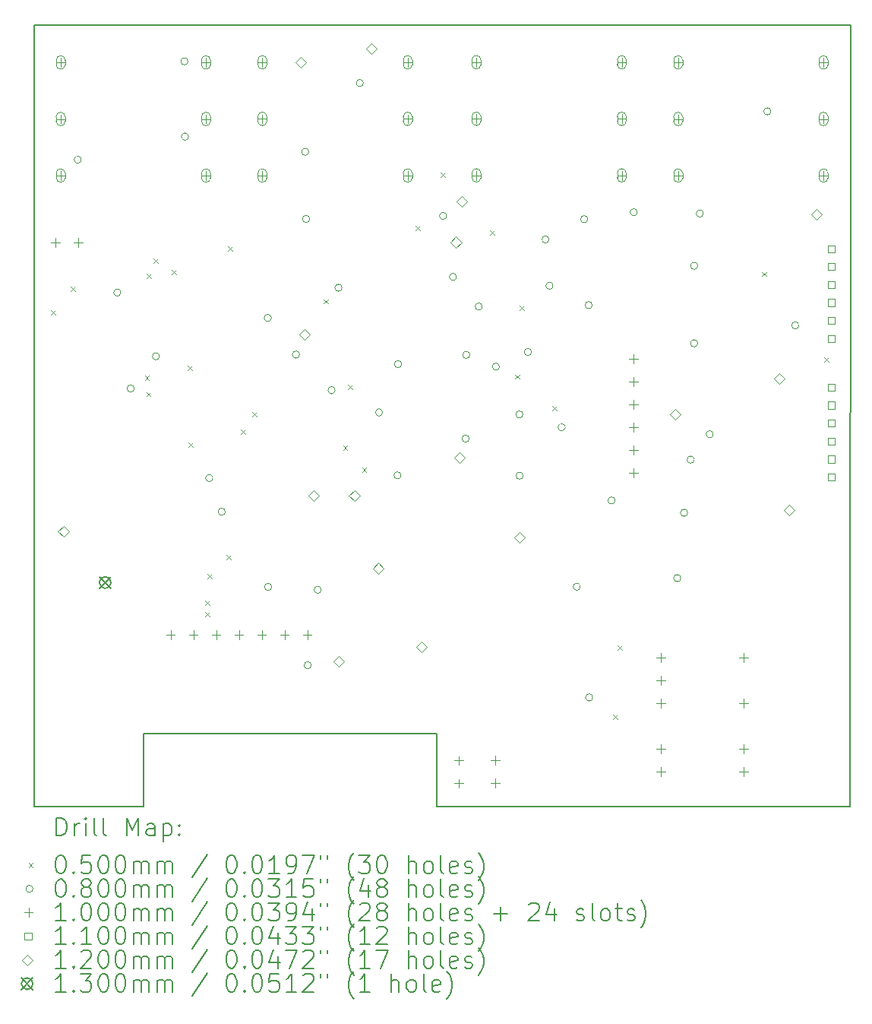
<source format=gbr>
%TF.GenerationSoftware,KiCad,Pcbnew,9.0.5*%
%TF.CreationDate,2025-11-16T19:00:11+01:00*%
%TF.ProjectId,OSCAR_Audio,4f534341-525f-4417-9564-696f2e6b6963,rev?*%
%TF.SameCoordinates,Original*%
%TF.FileFunction,Drillmap*%
%TF.FilePolarity,Positive*%
%FSLAX45Y45*%
G04 Gerber Fmt 4.5, Leading zero omitted, Abs format (unit mm)*
G04 Created by KiCad (PCBNEW 9.0.5) date 2025-11-16 19:00:11*
%MOMM*%
%LPD*%
G01*
G04 APERTURE LIST*
%ADD10C,0.200000*%
%ADD11C,0.100000*%
%ADD12C,0.110000*%
%ADD13C,0.120000*%
%ADD14C,0.130000*%
G04 APERTURE END LIST*
D10*
X11264000Y-13231000D02*
X11264000Y-4527000D01*
X12482000Y-13231000D02*
X11264000Y-13231000D01*
X12482000Y-12419000D02*
X12482000Y-13231000D01*
X15756000Y-12420000D02*
X12482000Y-12419000D01*
X11264000Y-4527000D02*
X20366000Y-4526000D01*
X20364000Y-13231000D02*
X15756000Y-13232000D01*
X20366000Y-4526000D02*
X20364000Y-13231000D01*
X15756000Y-13232000D02*
X15756000Y-12420000D01*
D11*
X11456000Y-7704000D02*
X11506000Y-7754000D01*
X11506000Y-7704000D02*
X11456000Y-7754000D01*
X11673000Y-7436000D02*
X11723000Y-7486000D01*
X11723000Y-7436000D02*
X11673000Y-7486000D01*
X12499000Y-8427000D02*
X12549000Y-8477000D01*
X12549000Y-8427000D02*
X12499000Y-8477000D01*
X12516000Y-8612000D02*
X12566000Y-8662000D01*
X12566000Y-8612000D02*
X12516000Y-8662000D01*
X12517000Y-7292000D02*
X12567000Y-7342000D01*
X12567000Y-7292000D02*
X12517000Y-7342000D01*
X12600000Y-7129000D02*
X12650000Y-7179000D01*
X12650000Y-7129000D02*
X12600000Y-7179000D01*
X12797000Y-7256000D02*
X12847000Y-7306000D01*
X12847000Y-7256000D02*
X12797000Y-7306000D01*
X12975000Y-8317000D02*
X13025000Y-8367000D01*
X13025000Y-8317000D02*
X12975000Y-8367000D01*
X12983000Y-9175000D02*
X13033000Y-9225000D01*
X13033000Y-9175000D02*
X12983000Y-9225000D01*
X13170000Y-11062000D02*
X13220000Y-11112000D01*
X13220000Y-11062000D02*
X13170000Y-11112000D01*
X13174500Y-10936500D02*
X13224500Y-10986500D01*
X13224500Y-10936500D02*
X13174500Y-10986500D01*
X13195000Y-10642000D02*
X13245000Y-10692000D01*
X13245000Y-10642000D02*
X13195000Y-10692000D01*
X13412000Y-10425000D02*
X13462000Y-10475000D01*
X13462000Y-10425000D02*
X13412000Y-10475000D01*
X13427000Y-6994000D02*
X13477000Y-7044000D01*
X13477000Y-6994000D02*
X13427000Y-7044000D01*
X13567500Y-9034500D02*
X13617500Y-9084500D01*
X13617500Y-9034500D02*
X13567500Y-9084500D01*
X13693500Y-8839500D02*
X13743500Y-8889500D01*
X13743500Y-8839500D02*
X13693500Y-8889500D01*
X14496000Y-7579000D02*
X14546000Y-7629000D01*
X14546000Y-7579000D02*
X14496000Y-7629000D01*
X14709000Y-9206000D02*
X14759000Y-9256000D01*
X14759000Y-9206000D02*
X14709000Y-9256000D01*
X14762000Y-8529000D02*
X14812000Y-8579000D01*
X14812000Y-8529000D02*
X14762000Y-8579000D01*
X14921000Y-9454000D02*
X14971000Y-9504000D01*
X14971000Y-9454000D02*
X14921000Y-9504000D01*
X15515000Y-6759000D02*
X15565000Y-6809000D01*
X15565000Y-6759000D02*
X15515000Y-6809000D01*
X15795000Y-6170000D02*
X15845000Y-6220000D01*
X15845000Y-6170000D02*
X15795000Y-6220000D01*
X16348000Y-6815000D02*
X16398000Y-6865000D01*
X16398000Y-6815000D02*
X16348000Y-6865000D01*
X16626000Y-8417000D02*
X16676000Y-8467000D01*
X16676000Y-8417000D02*
X16626000Y-8467000D01*
X16680000Y-7654000D02*
X16730000Y-7704000D01*
X16730000Y-7654000D02*
X16680000Y-7704000D01*
X17041000Y-8770000D02*
X17091000Y-8820000D01*
X17091000Y-8770000D02*
X17041000Y-8820000D01*
X17719000Y-12207000D02*
X17769000Y-12257000D01*
X17769000Y-12207000D02*
X17719000Y-12257000D01*
X17769000Y-11432000D02*
X17819000Y-11482000D01*
X17819000Y-11432000D02*
X17769000Y-11482000D01*
X19376000Y-7274000D02*
X19426000Y-7324000D01*
X19426000Y-7274000D02*
X19376000Y-7324000D01*
X20071000Y-8224000D02*
X20121000Y-8274000D01*
X20121000Y-8224000D02*
X20071000Y-8274000D01*
X11793000Y-6025000D02*
G75*
G02*
X11713000Y-6025000I-40000J0D01*
G01*
X11713000Y-6025000D02*
G75*
G02*
X11793000Y-6025000I40000J0D01*
G01*
X12233000Y-7505000D02*
G75*
G02*
X12153000Y-7505000I-40000J0D01*
G01*
X12153000Y-7505000D02*
G75*
G02*
X12233000Y-7505000I40000J0D01*
G01*
X12382000Y-8573000D02*
G75*
G02*
X12302000Y-8573000I-40000J0D01*
G01*
X12302000Y-8573000D02*
G75*
G02*
X12382000Y-8573000I40000J0D01*
G01*
X12664000Y-8215000D02*
G75*
G02*
X12584000Y-8215000I-40000J0D01*
G01*
X12584000Y-8215000D02*
G75*
G02*
X12664000Y-8215000I40000J0D01*
G01*
X12981000Y-4930000D02*
G75*
G02*
X12901000Y-4930000I-40000J0D01*
G01*
X12901000Y-4930000D02*
G75*
G02*
X12981000Y-4930000I40000J0D01*
G01*
X12988000Y-5768000D02*
G75*
G02*
X12908000Y-5768000I-40000J0D01*
G01*
X12908000Y-5768000D02*
G75*
G02*
X12988000Y-5768000I40000J0D01*
G01*
X13258000Y-9571000D02*
G75*
G02*
X13178000Y-9571000I-40000J0D01*
G01*
X13178000Y-9571000D02*
G75*
G02*
X13258000Y-9571000I40000J0D01*
G01*
X13397000Y-9946000D02*
G75*
G02*
X13317000Y-9946000I-40000J0D01*
G01*
X13317000Y-9946000D02*
G75*
G02*
X13397000Y-9946000I40000J0D01*
G01*
X13911000Y-7787000D02*
G75*
G02*
X13831000Y-7787000I-40000J0D01*
G01*
X13831000Y-7787000D02*
G75*
G02*
X13911000Y-7787000I40000J0D01*
G01*
X13914750Y-10782750D02*
G75*
G02*
X13834750Y-10782750I-40000J0D01*
G01*
X13834750Y-10782750D02*
G75*
G02*
X13914750Y-10782750I40000J0D01*
G01*
X14225000Y-8195000D02*
G75*
G02*
X14145000Y-8195000I-40000J0D01*
G01*
X14145000Y-8195000D02*
G75*
G02*
X14225000Y-8195000I40000J0D01*
G01*
X14328000Y-5937000D02*
G75*
G02*
X14248000Y-5937000I-40000J0D01*
G01*
X14248000Y-5937000D02*
G75*
G02*
X14328000Y-5937000I40000J0D01*
G01*
X14338000Y-6685000D02*
G75*
G02*
X14258000Y-6685000I-40000J0D01*
G01*
X14258000Y-6685000D02*
G75*
G02*
X14338000Y-6685000I40000J0D01*
G01*
X14356000Y-11656000D02*
G75*
G02*
X14276000Y-11656000I-40000J0D01*
G01*
X14276000Y-11656000D02*
G75*
G02*
X14356000Y-11656000I40000J0D01*
G01*
X14467000Y-10816000D02*
G75*
G02*
X14387000Y-10816000I-40000J0D01*
G01*
X14387000Y-10816000D02*
G75*
G02*
X14467000Y-10816000I40000J0D01*
G01*
X14622000Y-8593000D02*
G75*
G02*
X14542000Y-8593000I-40000J0D01*
G01*
X14542000Y-8593000D02*
G75*
G02*
X14622000Y-8593000I40000J0D01*
G01*
X14699000Y-7451000D02*
G75*
G02*
X14619000Y-7451000I-40000J0D01*
G01*
X14619000Y-7451000D02*
G75*
G02*
X14699000Y-7451000I40000J0D01*
G01*
X14937000Y-5171000D02*
G75*
G02*
X14857000Y-5171000I-40000J0D01*
G01*
X14857000Y-5171000D02*
G75*
G02*
X14937000Y-5171000I40000J0D01*
G01*
X15151000Y-8840000D02*
G75*
G02*
X15071000Y-8840000I-40000J0D01*
G01*
X15071000Y-8840000D02*
G75*
G02*
X15151000Y-8840000I40000J0D01*
G01*
X15357000Y-9541000D02*
G75*
G02*
X15277000Y-9541000I-40000J0D01*
G01*
X15277000Y-9541000D02*
G75*
G02*
X15357000Y-9541000I40000J0D01*
G01*
X15362500Y-8301500D02*
G75*
G02*
X15282500Y-8301500I-40000J0D01*
G01*
X15282500Y-8301500D02*
G75*
G02*
X15362500Y-8301500I40000J0D01*
G01*
X15865000Y-6651000D02*
G75*
G02*
X15785000Y-6651000I-40000J0D01*
G01*
X15785000Y-6651000D02*
G75*
G02*
X15865000Y-6651000I40000J0D01*
G01*
X15975000Y-7330000D02*
G75*
G02*
X15895000Y-7330000I-40000J0D01*
G01*
X15895000Y-7330000D02*
G75*
G02*
X15975000Y-7330000I40000J0D01*
G01*
X16116000Y-9131000D02*
G75*
G02*
X16036000Y-9131000I-40000J0D01*
G01*
X16036000Y-9131000D02*
G75*
G02*
X16116000Y-9131000I40000J0D01*
G01*
X16124000Y-8199000D02*
G75*
G02*
X16044000Y-8199000I-40000J0D01*
G01*
X16044000Y-8199000D02*
G75*
G02*
X16124000Y-8199000I40000J0D01*
G01*
X16263000Y-7661000D02*
G75*
G02*
X16183000Y-7661000I-40000J0D01*
G01*
X16183000Y-7661000D02*
G75*
G02*
X16263000Y-7661000I40000J0D01*
G01*
X16454000Y-8331000D02*
G75*
G02*
X16374000Y-8331000I-40000J0D01*
G01*
X16374000Y-8331000D02*
G75*
G02*
X16454000Y-8331000I40000J0D01*
G01*
X16715750Y-8862250D02*
G75*
G02*
X16635750Y-8862250I-40000J0D01*
G01*
X16635750Y-8862250D02*
G75*
G02*
X16715750Y-8862250I40000J0D01*
G01*
X16717750Y-9545000D02*
G75*
G02*
X16637750Y-9545000I-40000J0D01*
G01*
X16637750Y-9545000D02*
G75*
G02*
X16717750Y-9545000I40000J0D01*
G01*
X16810000Y-8166000D02*
G75*
G02*
X16730000Y-8166000I-40000J0D01*
G01*
X16730000Y-8166000D02*
G75*
G02*
X16810000Y-8166000I40000J0D01*
G01*
X17006000Y-6914000D02*
G75*
G02*
X16926000Y-6914000I-40000J0D01*
G01*
X16926000Y-6914000D02*
G75*
G02*
X17006000Y-6914000I40000J0D01*
G01*
X17050500Y-7429500D02*
G75*
G02*
X16970500Y-7429500I-40000J0D01*
G01*
X16970500Y-7429500D02*
G75*
G02*
X17050500Y-7429500I40000J0D01*
G01*
X17187000Y-9005000D02*
G75*
G02*
X17107000Y-9005000I-40000J0D01*
G01*
X17107000Y-9005000D02*
G75*
G02*
X17187000Y-9005000I40000J0D01*
G01*
X17354000Y-10781000D02*
G75*
G02*
X17274000Y-10781000I-40000J0D01*
G01*
X17274000Y-10781000D02*
G75*
G02*
X17354000Y-10781000I40000J0D01*
G01*
X17437000Y-6687000D02*
G75*
G02*
X17357000Y-6687000I-40000J0D01*
G01*
X17357000Y-6687000D02*
G75*
G02*
X17437000Y-6687000I40000J0D01*
G01*
X17488000Y-7645000D02*
G75*
G02*
X17408000Y-7645000I-40000J0D01*
G01*
X17408000Y-7645000D02*
G75*
G02*
X17488000Y-7645000I40000J0D01*
G01*
X17493000Y-12014000D02*
G75*
G02*
X17413000Y-12014000I-40000J0D01*
G01*
X17413000Y-12014000D02*
G75*
G02*
X17493000Y-12014000I40000J0D01*
G01*
X17743000Y-9821000D02*
G75*
G02*
X17663000Y-9821000I-40000J0D01*
G01*
X17663000Y-9821000D02*
G75*
G02*
X17743000Y-9821000I40000J0D01*
G01*
X17990000Y-6610000D02*
G75*
G02*
X17910000Y-6610000I-40000J0D01*
G01*
X17910000Y-6610000D02*
G75*
G02*
X17990000Y-6610000I40000J0D01*
G01*
X18475000Y-10685000D02*
G75*
G02*
X18395000Y-10685000I-40000J0D01*
G01*
X18395000Y-10685000D02*
G75*
G02*
X18475000Y-10685000I40000J0D01*
G01*
X18551000Y-9957000D02*
G75*
G02*
X18471000Y-9957000I-40000J0D01*
G01*
X18471000Y-9957000D02*
G75*
G02*
X18551000Y-9957000I40000J0D01*
G01*
X18625000Y-9366000D02*
G75*
G02*
X18545000Y-9366000I-40000J0D01*
G01*
X18545000Y-9366000D02*
G75*
G02*
X18625000Y-9366000I40000J0D01*
G01*
X18663000Y-7207000D02*
G75*
G02*
X18583000Y-7207000I-40000J0D01*
G01*
X18583000Y-7207000D02*
G75*
G02*
X18663000Y-7207000I40000J0D01*
G01*
X18663000Y-8070000D02*
G75*
G02*
X18583000Y-8070000I-40000J0D01*
G01*
X18583000Y-8070000D02*
G75*
G02*
X18663000Y-8070000I40000J0D01*
G01*
X18727000Y-6624000D02*
G75*
G02*
X18647000Y-6624000I-40000J0D01*
G01*
X18647000Y-6624000D02*
G75*
G02*
X18727000Y-6624000I40000J0D01*
G01*
X18837000Y-9083000D02*
G75*
G02*
X18757000Y-9083000I-40000J0D01*
G01*
X18757000Y-9083000D02*
G75*
G02*
X18837000Y-9083000I40000J0D01*
G01*
X19479000Y-5487000D02*
G75*
G02*
X19399000Y-5487000I-40000J0D01*
G01*
X19399000Y-5487000D02*
G75*
G02*
X19479000Y-5487000I40000J0D01*
G01*
X19790000Y-7871000D02*
G75*
G02*
X19710000Y-7871000I-40000J0D01*
G01*
X19710000Y-7871000D02*
G75*
G02*
X19790000Y-7871000I40000J0D01*
G01*
X11501500Y-6898000D02*
X11501500Y-6998000D01*
X11451500Y-6948000D02*
X11551500Y-6948000D01*
X11562000Y-4892000D02*
X11562000Y-4992000D01*
X11512000Y-4942000D02*
X11612000Y-4942000D01*
X11612000Y-4967000D02*
X11612000Y-4917000D01*
X11512000Y-4917000D02*
G75*
G02*
X11612000Y-4917000I50000J0D01*
G01*
X11512000Y-4917000D02*
X11512000Y-4967000D01*
X11512000Y-4967000D02*
G75*
G03*
X11612000Y-4967000I50000J0D01*
G01*
X11562000Y-5522000D02*
X11562000Y-5622000D01*
X11512000Y-5572000D02*
X11612000Y-5572000D01*
X11612000Y-5597000D02*
X11612000Y-5547000D01*
X11512000Y-5547000D02*
G75*
G02*
X11612000Y-5547000I50000J0D01*
G01*
X11512000Y-5547000D02*
X11512000Y-5597000D01*
X11512000Y-5597000D02*
G75*
G03*
X11612000Y-5597000I50000J0D01*
G01*
X11562000Y-6152000D02*
X11562000Y-6252000D01*
X11512000Y-6202000D02*
X11612000Y-6202000D01*
X11612000Y-6227000D02*
X11612000Y-6177000D01*
X11512000Y-6177000D02*
G75*
G02*
X11612000Y-6177000I50000J0D01*
G01*
X11512000Y-6177000D02*
X11512000Y-6227000D01*
X11512000Y-6227000D02*
G75*
G03*
X11612000Y-6227000I50000J0D01*
G01*
X11755500Y-6898000D02*
X11755500Y-6998000D01*
X11705500Y-6948000D02*
X11805500Y-6948000D01*
X12787000Y-11268000D02*
X12787000Y-11368000D01*
X12737000Y-11318000D02*
X12837000Y-11318000D01*
X13041000Y-11268000D02*
X13041000Y-11368000D01*
X12991000Y-11318000D02*
X13091000Y-11318000D01*
X13182000Y-4892000D02*
X13182000Y-4992000D01*
X13132000Y-4942000D02*
X13232000Y-4942000D01*
X13232000Y-4967000D02*
X13232000Y-4917000D01*
X13132000Y-4917000D02*
G75*
G02*
X13232000Y-4917000I50000J0D01*
G01*
X13132000Y-4917000D02*
X13132000Y-4967000D01*
X13132000Y-4967000D02*
G75*
G03*
X13232000Y-4967000I50000J0D01*
G01*
X13182000Y-5522000D02*
X13182000Y-5622000D01*
X13132000Y-5572000D02*
X13232000Y-5572000D01*
X13232000Y-5597000D02*
X13232000Y-5547000D01*
X13132000Y-5547000D02*
G75*
G02*
X13232000Y-5547000I50000J0D01*
G01*
X13132000Y-5547000D02*
X13132000Y-5597000D01*
X13132000Y-5597000D02*
G75*
G03*
X13232000Y-5597000I50000J0D01*
G01*
X13182000Y-6152000D02*
X13182000Y-6252000D01*
X13132000Y-6202000D02*
X13232000Y-6202000D01*
X13232000Y-6227000D02*
X13232000Y-6177000D01*
X13132000Y-6177000D02*
G75*
G02*
X13232000Y-6177000I50000J0D01*
G01*
X13132000Y-6177000D02*
X13132000Y-6227000D01*
X13132000Y-6227000D02*
G75*
G03*
X13232000Y-6227000I50000J0D01*
G01*
X13295000Y-11268000D02*
X13295000Y-11368000D01*
X13245000Y-11318000D02*
X13345000Y-11318000D01*
X13549000Y-11268000D02*
X13549000Y-11368000D01*
X13499000Y-11318000D02*
X13599000Y-11318000D01*
X13803000Y-11268000D02*
X13803000Y-11368000D01*
X13753000Y-11318000D02*
X13853000Y-11318000D01*
X13810000Y-4891000D02*
X13810000Y-4991000D01*
X13760000Y-4941000D02*
X13860000Y-4941000D01*
X13860000Y-4966000D02*
X13860000Y-4916000D01*
X13760000Y-4916000D02*
G75*
G02*
X13860000Y-4916000I50000J0D01*
G01*
X13760000Y-4916000D02*
X13760000Y-4966000D01*
X13760000Y-4966000D02*
G75*
G03*
X13860000Y-4966000I50000J0D01*
G01*
X13810000Y-5521000D02*
X13810000Y-5621000D01*
X13760000Y-5571000D02*
X13860000Y-5571000D01*
X13860000Y-5596000D02*
X13860000Y-5546000D01*
X13760000Y-5546000D02*
G75*
G02*
X13860000Y-5546000I50000J0D01*
G01*
X13760000Y-5546000D02*
X13760000Y-5596000D01*
X13760000Y-5596000D02*
G75*
G03*
X13860000Y-5596000I50000J0D01*
G01*
X13810000Y-6151000D02*
X13810000Y-6251000D01*
X13760000Y-6201000D02*
X13860000Y-6201000D01*
X13860000Y-6226000D02*
X13860000Y-6176000D01*
X13760000Y-6176000D02*
G75*
G02*
X13860000Y-6176000I50000J0D01*
G01*
X13760000Y-6176000D02*
X13760000Y-6226000D01*
X13760000Y-6226000D02*
G75*
G03*
X13860000Y-6226000I50000J0D01*
G01*
X14057000Y-11268000D02*
X14057000Y-11368000D01*
X14007000Y-11318000D02*
X14107000Y-11318000D01*
X14311000Y-11268000D02*
X14311000Y-11368000D01*
X14261000Y-11318000D02*
X14361000Y-11318000D01*
X15430000Y-4891000D02*
X15430000Y-4991000D01*
X15380000Y-4941000D02*
X15480000Y-4941000D01*
X15480000Y-4966000D02*
X15480000Y-4916000D01*
X15380000Y-4916000D02*
G75*
G02*
X15480000Y-4916000I50000J0D01*
G01*
X15380000Y-4916000D02*
X15380000Y-4966000D01*
X15380000Y-4966000D02*
G75*
G03*
X15480000Y-4966000I50000J0D01*
G01*
X15430000Y-5521000D02*
X15430000Y-5621000D01*
X15380000Y-5571000D02*
X15480000Y-5571000D01*
X15480000Y-5596000D02*
X15480000Y-5546000D01*
X15380000Y-5546000D02*
G75*
G02*
X15480000Y-5546000I50000J0D01*
G01*
X15380000Y-5546000D02*
X15380000Y-5596000D01*
X15380000Y-5596000D02*
G75*
G03*
X15480000Y-5596000I50000J0D01*
G01*
X15430000Y-6151000D02*
X15430000Y-6251000D01*
X15380000Y-6201000D02*
X15480000Y-6201000D01*
X15480000Y-6226000D02*
X15480000Y-6176000D01*
X15380000Y-6176000D02*
G75*
G02*
X15480000Y-6176000I50000J0D01*
G01*
X15380000Y-6176000D02*
X15380000Y-6226000D01*
X15380000Y-6226000D02*
G75*
G03*
X15480000Y-6226000I50000J0D01*
G01*
X16001000Y-12667000D02*
X16001000Y-12767000D01*
X15951000Y-12717000D02*
X16051000Y-12717000D01*
X16001000Y-12921000D02*
X16001000Y-13021000D01*
X15951000Y-12971000D02*
X16051000Y-12971000D01*
X16196000Y-4890000D02*
X16196000Y-4990000D01*
X16146000Y-4940000D02*
X16246000Y-4940000D01*
X16246000Y-4965000D02*
X16246000Y-4915000D01*
X16146000Y-4915000D02*
G75*
G02*
X16246000Y-4915000I50000J0D01*
G01*
X16146000Y-4915000D02*
X16146000Y-4965000D01*
X16146000Y-4965000D02*
G75*
G03*
X16246000Y-4965000I50000J0D01*
G01*
X16196000Y-5520000D02*
X16196000Y-5620000D01*
X16146000Y-5570000D02*
X16246000Y-5570000D01*
X16246000Y-5595000D02*
X16246000Y-5545000D01*
X16146000Y-5545000D02*
G75*
G02*
X16246000Y-5545000I50000J0D01*
G01*
X16146000Y-5545000D02*
X16146000Y-5595000D01*
X16146000Y-5595000D02*
G75*
G03*
X16246000Y-5595000I50000J0D01*
G01*
X16196000Y-6150000D02*
X16196000Y-6250000D01*
X16146000Y-6200000D02*
X16246000Y-6200000D01*
X16246000Y-6225000D02*
X16246000Y-6175000D01*
X16146000Y-6175000D02*
G75*
G02*
X16246000Y-6175000I50000J0D01*
G01*
X16146000Y-6175000D02*
X16146000Y-6225000D01*
X16146000Y-6225000D02*
G75*
G03*
X16246000Y-6225000I50000J0D01*
G01*
X16404000Y-12666000D02*
X16404000Y-12766000D01*
X16354000Y-12716000D02*
X16454000Y-12716000D01*
X16404000Y-12920000D02*
X16404000Y-13020000D01*
X16354000Y-12970000D02*
X16454000Y-12970000D01*
X17816000Y-4890000D02*
X17816000Y-4990000D01*
X17766000Y-4940000D02*
X17866000Y-4940000D01*
X17866000Y-4965000D02*
X17866000Y-4915000D01*
X17766000Y-4915000D02*
G75*
G02*
X17866000Y-4915000I50000J0D01*
G01*
X17766000Y-4915000D02*
X17766000Y-4965000D01*
X17766000Y-4965000D02*
G75*
G03*
X17866000Y-4965000I50000J0D01*
G01*
X17816000Y-5520000D02*
X17816000Y-5620000D01*
X17766000Y-5570000D02*
X17866000Y-5570000D01*
X17866000Y-5595000D02*
X17866000Y-5545000D01*
X17766000Y-5545000D02*
G75*
G02*
X17866000Y-5545000I50000J0D01*
G01*
X17766000Y-5545000D02*
X17766000Y-5595000D01*
X17766000Y-5595000D02*
G75*
G03*
X17866000Y-5595000I50000J0D01*
G01*
X17816000Y-6150000D02*
X17816000Y-6250000D01*
X17766000Y-6200000D02*
X17866000Y-6200000D01*
X17866000Y-6225000D02*
X17866000Y-6175000D01*
X17766000Y-6175000D02*
G75*
G02*
X17866000Y-6175000I50000J0D01*
G01*
X17766000Y-6175000D02*
X17766000Y-6225000D01*
X17766000Y-6225000D02*
G75*
G03*
X17866000Y-6225000I50000J0D01*
G01*
X17950000Y-8192000D02*
X17950000Y-8292000D01*
X17900000Y-8242000D02*
X18000000Y-8242000D01*
X17950000Y-8446000D02*
X17950000Y-8546000D01*
X17900000Y-8496000D02*
X18000000Y-8496000D01*
X17950000Y-8700000D02*
X17950000Y-8800000D01*
X17900000Y-8750000D02*
X18000000Y-8750000D01*
X17950000Y-8954000D02*
X17950000Y-9054000D01*
X17900000Y-9004000D02*
X18000000Y-9004000D01*
X17950000Y-9208000D02*
X17950000Y-9308000D01*
X17900000Y-9258000D02*
X18000000Y-9258000D01*
X17950000Y-9462000D02*
X17950000Y-9562000D01*
X17900000Y-9512000D02*
X18000000Y-9512000D01*
X18253000Y-11517000D02*
X18253000Y-11617000D01*
X18203000Y-11567000D02*
X18303000Y-11567000D01*
X18253000Y-11771000D02*
X18253000Y-11871000D01*
X18203000Y-11821000D02*
X18303000Y-11821000D01*
X18253000Y-12025000D02*
X18253000Y-12125000D01*
X18203000Y-12075000D02*
X18303000Y-12075000D01*
X18253000Y-12533000D02*
X18253000Y-12633000D01*
X18203000Y-12583000D02*
X18303000Y-12583000D01*
X18253000Y-12787000D02*
X18253000Y-12887000D01*
X18203000Y-12837000D02*
X18303000Y-12837000D01*
X18445000Y-4892000D02*
X18445000Y-4992000D01*
X18395000Y-4942000D02*
X18495000Y-4942000D01*
X18495000Y-4967000D02*
X18495000Y-4917000D01*
X18395000Y-4917000D02*
G75*
G02*
X18495000Y-4917000I50000J0D01*
G01*
X18395000Y-4917000D02*
X18395000Y-4967000D01*
X18395000Y-4967000D02*
G75*
G03*
X18495000Y-4967000I50000J0D01*
G01*
X18445000Y-5522000D02*
X18445000Y-5622000D01*
X18395000Y-5572000D02*
X18495000Y-5572000D01*
X18495000Y-5597000D02*
X18495000Y-5547000D01*
X18395000Y-5547000D02*
G75*
G02*
X18495000Y-5547000I50000J0D01*
G01*
X18395000Y-5547000D02*
X18395000Y-5597000D01*
X18395000Y-5597000D02*
G75*
G03*
X18495000Y-5597000I50000J0D01*
G01*
X18445000Y-6152000D02*
X18445000Y-6252000D01*
X18395000Y-6202000D02*
X18495000Y-6202000D01*
X18495000Y-6227000D02*
X18495000Y-6177000D01*
X18395000Y-6177000D02*
G75*
G02*
X18495000Y-6177000I50000J0D01*
G01*
X18395000Y-6177000D02*
X18395000Y-6227000D01*
X18395000Y-6227000D02*
G75*
G03*
X18495000Y-6227000I50000J0D01*
G01*
X19178000Y-11517000D02*
X19178000Y-11617000D01*
X19128000Y-11567000D02*
X19228000Y-11567000D01*
X19178000Y-12025000D02*
X19178000Y-12125000D01*
X19128000Y-12075000D02*
X19228000Y-12075000D01*
X19178000Y-12533000D02*
X19178000Y-12633000D01*
X19128000Y-12583000D02*
X19228000Y-12583000D01*
X19178000Y-12787000D02*
X19178000Y-12887000D01*
X19128000Y-12837000D02*
X19228000Y-12837000D01*
X20065000Y-4892000D02*
X20065000Y-4992000D01*
X20015000Y-4942000D02*
X20115000Y-4942000D01*
X20115000Y-4967000D02*
X20115000Y-4917000D01*
X20015000Y-4917000D02*
G75*
G02*
X20115000Y-4917000I50000J0D01*
G01*
X20015000Y-4917000D02*
X20015000Y-4967000D01*
X20015000Y-4967000D02*
G75*
G03*
X20115000Y-4967000I50000J0D01*
G01*
X20065000Y-5522000D02*
X20065000Y-5622000D01*
X20015000Y-5572000D02*
X20115000Y-5572000D01*
X20115000Y-5597000D02*
X20115000Y-5547000D01*
X20015000Y-5547000D02*
G75*
G02*
X20115000Y-5547000I50000J0D01*
G01*
X20015000Y-5547000D02*
X20015000Y-5597000D01*
X20015000Y-5597000D02*
G75*
G03*
X20115000Y-5597000I50000J0D01*
G01*
X20065000Y-6152000D02*
X20065000Y-6252000D01*
X20015000Y-6202000D02*
X20115000Y-6202000D01*
X20115000Y-6227000D02*
X20115000Y-6177000D01*
X20015000Y-6177000D02*
G75*
G02*
X20115000Y-6177000I50000J0D01*
G01*
X20015000Y-6177000D02*
X20015000Y-6227000D01*
X20015000Y-6227000D02*
G75*
G03*
X20115000Y-6227000I50000J0D01*
G01*
D12*
X20194891Y-7055891D02*
X20194891Y-6978109D01*
X20117109Y-6978109D01*
X20117109Y-7055891D01*
X20194891Y-7055891D01*
X20194891Y-7255891D02*
X20194891Y-7178109D01*
X20117109Y-7178109D01*
X20117109Y-7255891D01*
X20194891Y-7255891D01*
X20194891Y-7455891D02*
X20194891Y-7378109D01*
X20117109Y-7378109D01*
X20117109Y-7455891D01*
X20194891Y-7455891D01*
X20194891Y-7655891D02*
X20194891Y-7578109D01*
X20117109Y-7578109D01*
X20117109Y-7655891D01*
X20194891Y-7655891D01*
X20194891Y-7855891D02*
X20194891Y-7778109D01*
X20117109Y-7778109D01*
X20117109Y-7855891D01*
X20194891Y-7855891D01*
X20194891Y-8055891D02*
X20194891Y-7978109D01*
X20117109Y-7978109D01*
X20117109Y-8055891D01*
X20194891Y-8055891D01*
X20194891Y-8598891D02*
X20194891Y-8521109D01*
X20117109Y-8521109D01*
X20117109Y-8598891D01*
X20194891Y-8598891D01*
X20194891Y-8798891D02*
X20194891Y-8721109D01*
X20117109Y-8721109D01*
X20117109Y-8798891D01*
X20194891Y-8798891D01*
X20194891Y-8998891D02*
X20194891Y-8921109D01*
X20117109Y-8921109D01*
X20117109Y-8998891D01*
X20194891Y-8998891D01*
X20194891Y-9198891D02*
X20194891Y-9121109D01*
X20117109Y-9121109D01*
X20117109Y-9198891D01*
X20194891Y-9198891D01*
X20194891Y-9398891D02*
X20194891Y-9321109D01*
X20117109Y-9321109D01*
X20117109Y-9398891D01*
X20194891Y-9398891D01*
X20194891Y-9598891D02*
X20194891Y-9521109D01*
X20117109Y-9521109D01*
X20117109Y-9598891D01*
X20194891Y-9598891D01*
D13*
X11593000Y-10223000D02*
X11653000Y-10163000D01*
X11593000Y-10103000D01*
X11533000Y-10163000D01*
X11593000Y-10223000D01*
X14238000Y-4999000D02*
X14298000Y-4939000D01*
X14238000Y-4879000D01*
X14178000Y-4939000D01*
X14238000Y-4999000D01*
X14282000Y-8031000D02*
X14342000Y-7971000D01*
X14282000Y-7911000D01*
X14222000Y-7971000D01*
X14282000Y-8031000D01*
X14380000Y-9829000D02*
X14440000Y-9769000D01*
X14380000Y-9709000D01*
X14320000Y-9769000D01*
X14380000Y-9829000D01*
X14663000Y-11672000D02*
X14723000Y-11612000D01*
X14663000Y-11552000D01*
X14603000Y-11612000D01*
X14663000Y-11672000D01*
X14836000Y-9829000D02*
X14896000Y-9769000D01*
X14836000Y-9709000D01*
X14776000Y-9769000D01*
X14836000Y-9829000D01*
X15027000Y-4848000D02*
X15087000Y-4788000D01*
X15027000Y-4728000D01*
X14967000Y-4788000D01*
X15027000Y-4848000D01*
X15102000Y-10636000D02*
X15162000Y-10576000D01*
X15102000Y-10516000D01*
X15042000Y-10576000D01*
X15102000Y-10636000D01*
X15586000Y-11514000D02*
X15646000Y-11454000D01*
X15586000Y-11394000D01*
X15526000Y-11454000D01*
X15586000Y-11514000D01*
X15969500Y-7003500D02*
X16029500Y-6943500D01*
X15969500Y-6883500D01*
X15909500Y-6943500D01*
X15969500Y-7003500D01*
X16009000Y-9405000D02*
X16069000Y-9345000D01*
X16009000Y-9285000D01*
X15949000Y-9345000D01*
X16009000Y-9405000D01*
X16037000Y-6548000D02*
X16097000Y-6488000D01*
X16037000Y-6428000D01*
X15977000Y-6488000D01*
X16037000Y-6548000D01*
X16678000Y-10292000D02*
X16738000Y-10232000D01*
X16678000Y-10172000D01*
X16618000Y-10232000D01*
X16678000Y-10292000D01*
X18411000Y-8923000D02*
X18471000Y-8863000D01*
X18411000Y-8803000D01*
X18351000Y-8863000D01*
X18411000Y-8923000D01*
X19573000Y-8521000D02*
X19633000Y-8461000D01*
X19573000Y-8401000D01*
X19513000Y-8461000D01*
X19573000Y-8521000D01*
X19682000Y-9987000D02*
X19742000Y-9927000D01*
X19682000Y-9867000D01*
X19622000Y-9927000D01*
X19682000Y-9987000D01*
X19991000Y-6691000D02*
X20051000Y-6631000D01*
X19991000Y-6571000D01*
X19931000Y-6631000D01*
X19991000Y-6691000D01*
D14*
X11993000Y-10669000D02*
X12123000Y-10799000D01*
X12123000Y-10669000D02*
X11993000Y-10799000D01*
X12123000Y-10734000D02*
G75*
G02*
X11993000Y-10734000I-65000J0D01*
G01*
X11993000Y-10734000D02*
G75*
G02*
X12123000Y-10734000I65000J0D01*
G01*
D10*
X11514777Y-13553484D02*
X11514777Y-13353484D01*
X11514777Y-13353484D02*
X11562396Y-13353484D01*
X11562396Y-13353484D02*
X11590967Y-13363008D01*
X11590967Y-13363008D02*
X11610015Y-13382055D01*
X11610015Y-13382055D02*
X11619539Y-13401103D01*
X11619539Y-13401103D02*
X11629062Y-13439198D01*
X11629062Y-13439198D02*
X11629062Y-13467769D01*
X11629062Y-13467769D02*
X11619539Y-13505865D01*
X11619539Y-13505865D02*
X11610015Y-13524912D01*
X11610015Y-13524912D02*
X11590967Y-13543960D01*
X11590967Y-13543960D02*
X11562396Y-13553484D01*
X11562396Y-13553484D02*
X11514777Y-13553484D01*
X11714777Y-13553484D02*
X11714777Y-13420150D01*
X11714777Y-13458246D02*
X11724301Y-13439198D01*
X11724301Y-13439198D02*
X11733824Y-13429674D01*
X11733824Y-13429674D02*
X11752872Y-13420150D01*
X11752872Y-13420150D02*
X11771920Y-13420150D01*
X11838586Y-13553484D02*
X11838586Y-13420150D01*
X11838586Y-13353484D02*
X11829062Y-13363008D01*
X11829062Y-13363008D02*
X11838586Y-13372531D01*
X11838586Y-13372531D02*
X11848110Y-13363008D01*
X11848110Y-13363008D02*
X11838586Y-13353484D01*
X11838586Y-13353484D02*
X11838586Y-13372531D01*
X11962396Y-13553484D02*
X11943348Y-13543960D01*
X11943348Y-13543960D02*
X11933824Y-13524912D01*
X11933824Y-13524912D02*
X11933824Y-13353484D01*
X12067158Y-13553484D02*
X12048110Y-13543960D01*
X12048110Y-13543960D02*
X12038586Y-13524912D01*
X12038586Y-13524912D02*
X12038586Y-13353484D01*
X12295729Y-13553484D02*
X12295729Y-13353484D01*
X12295729Y-13353484D02*
X12362396Y-13496341D01*
X12362396Y-13496341D02*
X12429062Y-13353484D01*
X12429062Y-13353484D02*
X12429062Y-13553484D01*
X12610015Y-13553484D02*
X12610015Y-13448722D01*
X12610015Y-13448722D02*
X12600491Y-13429674D01*
X12600491Y-13429674D02*
X12581443Y-13420150D01*
X12581443Y-13420150D02*
X12543348Y-13420150D01*
X12543348Y-13420150D02*
X12524301Y-13429674D01*
X12610015Y-13543960D02*
X12590967Y-13553484D01*
X12590967Y-13553484D02*
X12543348Y-13553484D01*
X12543348Y-13553484D02*
X12524301Y-13543960D01*
X12524301Y-13543960D02*
X12514777Y-13524912D01*
X12514777Y-13524912D02*
X12514777Y-13505865D01*
X12514777Y-13505865D02*
X12524301Y-13486817D01*
X12524301Y-13486817D02*
X12543348Y-13477293D01*
X12543348Y-13477293D02*
X12590967Y-13477293D01*
X12590967Y-13477293D02*
X12610015Y-13467769D01*
X12705253Y-13420150D02*
X12705253Y-13620150D01*
X12705253Y-13429674D02*
X12724301Y-13420150D01*
X12724301Y-13420150D02*
X12762396Y-13420150D01*
X12762396Y-13420150D02*
X12781443Y-13429674D01*
X12781443Y-13429674D02*
X12790967Y-13439198D01*
X12790967Y-13439198D02*
X12800491Y-13458246D01*
X12800491Y-13458246D02*
X12800491Y-13515388D01*
X12800491Y-13515388D02*
X12790967Y-13534436D01*
X12790967Y-13534436D02*
X12781443Y-13543960D01*
X12781443Y-13543960D02*
X12762396Y-13553484D01*
X12762396Y-13553484D02*
X12724301Y-13553484D01*
X12724301Y-13553484D02*
X12705253Y-13543960D01*
X12886205Y-13534436D02*
X12895729Y-13543960D01*
X12895729Y-13543960D02*
X12886205Y-13553484D01*
X12886205Y-13553484D02*
X12876682Y-13543960D01*
X12876682Y-13543960D02*
X12886205Y-13534436D01*
X12886205Y-13534436D02*
X12886205Y-13553484D01*
X12886205Y-13429674D02*
X12895729Y-13439198D01*
X12895729Y-13439198D02*
X12886205Y-13448722D01*
X12886205Y-13448722D02*
X12876682Y-13439198D01*
X12876682Y-13439198D02*
X12886205Y-13429674D01*
X12886205Y-13429674D02*
X12886205Y-13448722D01*
D11*
X11204000Y-13857000D02*
X11254000Y-13907000D01*
X11254000Y-13857000D02*
X11204000Y-13907000D01*
D10*
X11552872Y-13773484D02*
X11571920Y-13773484D01*
X11571920Y-13773484D02*
X11590967Y-13783008D01*
X11590967Y-13783008D02*
X11600491Y-13792531D01*
X11600491Y-13792531D02*
X11610015Y-13811579D01*
X11610015Y-13811579D02*
X11619539Y-13849674D01*
X11619539Y-13849674D02*
X11619539Y-13897293D01*
X11619539Y-13897293D02*
X11610015Y-13935388D01*
X11610015Y-13935388D02*
X11600491Y-13954436D01*
X11600491Y-13954436D02*
X11590967Y-13963960D01*
X11590967Y-13963960D02*
X11571920Y-13973484D01*
X11571920Y-13973484D02*
X11552872Y-13973484D01*
X11552872Y-13973484D02*
X11533824Y-13963960D01*
X11533824Y-13963960D02*
X11524301Y-13954436D01*
X11524301Y-13954436D02*
X11514777Y-13935388D01*
X11514777Y-13935388D02*
X11505253Y-13897293D01*
X11505253Y-13897293D02*
X11505253Y-13849674D01*
X11505253Y-13849674D02*
X11514777Y-13811579D01*
X11514777Y-13811579D02*
X11524301Y-13792531D01*
X11524301Y-13792531D02*
X11533824Y-13783008D01*
X11533824Y-13783008D02*
X11552872Y-13773484D01*
X11705253Y-13954436D02*
X11714777Y-13963960D01*
X11714777Y-13963960D02*
X11705253Y-13973484D01*
X11705253Y-13973484D02*
X11695729Y-13963960D01*
X11695729Y-13963960D02*
X11705253Y-13954436D01*
X11705253Y-13954436D02*
X11705253Y-13973484D01*
X11895729Y-13773484D02*
X11800491Y-13773484D01*
X11800491Y-13773484D02*
X11790967Y-13868722D01*
X11790967Y-13868722D02*
X11800491Y-13859198D01*
X11800491Y-13859198D02*
X11819539Y-13849674D01*
X11819539Y-13849674D02*
X11867158Y-13849674D01*
X11867158Y-13849674D02*
X11886205Y-13859198D01*
X11886205Y-13859198D02*
X11895729Y-13868722D01*
X11895729Y-13868722D02*
X11905253Y-13887769D01*
X11905253Y-13887769D02*
X11905253Y-13935388D01*
X11905253Y-13935388D02*
X11895729Y-13954436D01*
X11895729Y-13954436D02*
X11886205Y-13963960D01*
X11886205Y-13963960D02*
X11867158Y-13973484D01*
X11867158Y-13973484D02*
X11819539Y-13973484D01*
X11819539Y-13973484D02*
X11800491Y-13963960D01*
X11800491Y-13963960D02*
X11790967Y-13954436D01*
X12029062Y-13773484D02*
X12048110Y-13773484D01*
X12048110Y-13773484D02*
X12067158Y-13783008D01*
X12067158Y-13783008D02*
X12076682Y-13792531D01*
X12076682Y-13792531D02*
X12086205Y-13811579D01*
X12086205Y-13811579D02*
X12095729Y-13849674D01*
X12095729Y-13849674D02*
X12095729Y-13897293D01*
X12095729Y-13897293D02*
X12086205Y-13935388D01*
X12086205Y-13935388D02*
X12076682Y-13954436D01*
X12076682Y-13954436D02*
X12067158Y-13963960D01*
X12067158Y-13963960D02*
X12048110Y-13973484D01*
X12048110Y-13973484D02*
X12029062Y-13973484D01*
X12029062Y-13973484D02*
X12010015Y-13963960D01*
X12010015Y-13963960D02*
X12000491Y-13954436D01*
X12000491Y-13954436D02*
X11990967Y-13935388D01*
X11990967Y-13935388D02*
X11981443Y-13897293D01*
X11981443Y-13897293D02*
X11981443Y-13849674D01*
X11981443Y-13849674D02*
X11990967Y-13811579D01*
X11990967Y-13811579D02*
X12000491Y-13792531D01*
X12000491Y-13792531D02*
X12010015Y-13783008D01*
X12010015Y-13783008D02*
X12029062Y-13773484D01*
X12219539Y-13773484D02*
X12238586Y-13773484D01*
X12238586Y-13773484D02*
X12257634Y-13783008D01*
X12257634Y-13783008D02*
X12267158Y-13792531D01*
X12267158Y-13792531D02*
X12276682Y-13811579D01*
X12276682Y-13811579D02*
X12286205Y-13849674D01*
X12286205Y-13849674D02*
X12286205Y-13897293D01*
X12286205Y-13897293D02*
X12276682Y-13935388D01*
X12276682Y-13935388D02*
X12267158Y-13954436D01*
X12267158Y-13954436D02*
X12257634Y-13963960D01*
X12257634Y-13963960D02*
X12238586Y-13973484D01*
X12238586Y-13973484D02*
X12219539Y-13973484D01*
X12219539Y-13973484D02*
X12200491Y-13963960D01*
X12200491Y-13963960D02*
X12190967Y-13954436D01*
X12190967Y-13954436D02*
X12181443Y-13935388D01*
X12181443Y-13935388D02*
X12171920Y-13897293D01*
X12171920Y-13897293D02*
X12171920Y-13849674D01*
X12171920Y-13849674D02*
X12181443Y-13811579D01*
X12181443Y-13811579D02*
X12190967Y-13792531D01*
X12190967Y-13792531D02*
X12200491Y-13783008D01*
X12200491Y-13783008D02*
X12219539Y-13773484D01*
X12371920Y-13973484D02*
X12371920Y-13840150D01*
X12371920Y-13859198D02*
X12381443Y-13849674D01*
X12381443Y-13849674D02*
X12400491Y-13840150D01*
X12400491Y-13840150D02*
X12429063Y-13840150D01*
X12429063Y-13840150D02*
X12448110Y-13849674D01*
X12448110Y-13849674D02*
X12457634Y-13868722D01*
X12457634Y-13868722D02*
X12457634Y-13973484D01*
X12457634Y-13868722D02*
X12467158Y-13849674D01*
X12467158Y-13849674D02*
X12486205Y-13840150D01*
X12486205Y-13840150D02*
X12514777Y-13840150D01*
X12514777Y-13840150D02*
X12533824Y-13849674D01*
X12533824Y-13849674D02*
X12543348Y-13868722D01*
X12543348Y-13868722D02*
X12543348Y-13973484D01*
X12638586Y-13973484D02*
X12638586Y-13840150D01*
X12638586Y-13859198D02*
X12648110Y-13849674D01*
X12648110Y-13849674D02*
X12667158Y-13840150D01*
X12667158Y-13840150D02*
X12695729Y-13840150D01*
X12695729Y-13840150D02*
X12714777Y-13849674D01*
X12714777Y-13849674D02*
X12724301Y-13868722D01*
X12724301Y-13868722D02*
X12724301Y-13973484D01*
X12724301Y-13868722D02*
X12733824Y-13849674D01*
X12733824Y-13849674D02*
X12752872Y-13840150D01*
X12752872Y-13840150D02*
X12781443Y-13840150D01*
X12781443Y-13840150D02*
X12800491Y-13849674D01*
X12800491Y-13849674D02*
X12810015Y-13868722D01*
X12810015Y-13868722D02*
X12810015Y-13973484D01*
X13200491Y-13763960D02*
X13029063Y-14021103D01*
X13457634Y-13773484D02*
X13476682Y-13773484D01*
X13476682Y-13773484D02*
X13495729Y-13783008D01*
X13495729Y-13783008D02*
X13505253Y-13792531D01*
X13505253Y-13792531D02*
X13514777Y-13811579D01*
X13514777Y-13811579D02*
X13524301Y-13849674D01*
X13524301Y-13849674D02*
X13524301Y-13897293D01*
X13524301Y-13897293D02*
X13514777Y-13935388D01*
X13514777Y-13935388D02*
X13505253Y-13954436D01*
X13505253Y-13954436D02*
X13495729Y-13963960D01*
X13495729Y-13963960D02*
X13476682Y-13973484D01*
X13476682Y-13973484D02*
X13457634Y-13973484D01*
X13457634Y-13973484D02*
X13438586Y-13963960D01*
X13438586Y-13963960D02*
X13429063Y-13954436D01*
X13429063Y-13954436D02*
X13419539Y-13935388D01*
X13419539Y-13935388D02*
X13410015Y-13897293D01*
X13410015Y-13897293D02*
X13410015Y-13849674D01*
X13410015Y-13849674D02*
X13419539Y-13811579D01*
X13419539Y-13811579D02*
X13429063Y-13792531D01*
X13429063Y-13792531D02*
X13438586Y-13783008D01*
X13438586Y-13783008D02*
X13457634Y-13773484D01*
X13610015Y-13954436D02*
X13619539Y-13963960D01*
X13619539Y-13963960D02*
X13610015Y-13973484D01*
X13610015Y-13973484D02*
X13600491Y-13963960D01*
X13600491Y-13963960D02*
X13610015Y-13954436D01*
X13610015Y-13954436D02*
X13610015Y-13973484D01*
X13743348Y-13773484D02*
X13762396Y-13773484D01*
X13762396Y-13773484D02*
X13781444Y-13783008D01*
X13781444Y-13783008D02*
X13790967Y-13792531D01*
X13790967Y-13792531D02*
X13800491Y-13811579D01*
X13800491Y-13811579D02*
X13810015Y-13849674D01*
X13810015Y-13849674D02*
X13810015Y-13897293D01*
X13810015Y-13897293D02*
X13800491Y-13935388D01*
X13800491Y-13935388D02*
X13790967Y-13954436D01*
X13790967Y-13954436D02*
X13781444Y-13963960D01*
X13781444Y-13963960D02*
X13762396Y-13973484D01*
X13762396Y-13973484D02*
X13743348Y-13973484D01*
X13743348Y-13973484D02*
X13724301Y-13963960D01*
X13724301Y-13963960D02*
X13714777Y-13954436D01*
X13714777Y-13954436D02*
X13705253Y-13935388D01*
X13705253Y-13935388D02*
X13695729Y-13897293D01*
X13695729Y-13897293D02*
X13695729Y-13849674D01*
X13695729Y-13849674D02*
X13705253Y-13811579D01*
X13705253Y-13811579D02*
X13714777Y-13792531D01*
X13714777Y-13792531D02*
X13724301Y-13783008D01*
X13724301Y-13783008D02*
X13743348Y-13773484D01*
X14000491Y-13973484D02*
X13886206Y-13973484D01*
X13943348Y-13973484D02*
X13943348Y-13773484D01*
X13943348Y-13773484D02*
X13924301Y-13802055D01*
X13924301Y-13802055D02*
X13905253Y-13821103D01*
X13905253Y-13821103D02*
X13886206Y-13830627D01*
X14095729Y-13973484D02*
X14133825Y-13973484D01*
X14133825Y-13973484D02*
X14152872Y-13963960D01*
X14152872Y-13963960D02*
X14162396Y-13954436D01*
X14162396Y-13954436D02*
X14181444Y-13925865D01*
X14181444Y-13925865D02*
X14190967Y-13887769D01*
X14190967Y-13887769D02*
X14190967Y-13811579D01*
X14190967Y-13811579D02*
X14181444Y-13792531D01*
X14181444Y-13792531D02*
X14171920Y-13783008D01*
X14171920Y-13783008D02*
X14152872Y-13773484D01*
X14152872Y-13773484D02*
X14114777Y-13773484D01*
X14114777Y-13773484D02*
X14095729Y-13783008D01*
X14095729Y-13783008D02*
X14086206Y-13792531D01*
X14086206Y-13792531D02*
X14076682Y-13811579D01*
X14076682Y-13811579D02*
X14076682Y-13859198D01*
X14076682Y-13859198D02*
X14086206Y-13878246D01*
X14086206Y-13878246D02*
X14095729Y-13887769D01*
X14095729Y-13887769D02*
X14114777Y-13897293D01*
X14114777Y-13897293D02*
X14152872Y-13897293D01*
X14152872Y-13897293D02*
X14171920Y-13887769D01*
X14171920Y-13887769D02*
X14181444Y-13878246D01*
X14181444Y-13878246D02*
X14190967Y-13859198D01*
X14257634Y-13773484D02*
X14390967Y-13773484D01*
X14390967Y-13773484D02*
X14305253Y-13973484D01*
X14457634Y-13773484D02*
X14457634Y-13811579D01*
X14533825Y-13773484D02*
X14533825Y-13811579D01*
X14829063Y-14049674D02*
X14819539Y-14040150D01*
X14819539Y-14040150D02*
X14800491Y-14011579D01*
X14800491Y-14011579D02*
X14790968Y-13992531D01*
X14790968Y-13992531D02*
X14781444Y-13963960D01*
X14781444Y-13963960D02*
X14771920Y-13916341D01*
X14771920Y-13916341D02*
X14771920Y-13878246D01*
X14771920Y-13878246D02*
X14781444Y-13830627D01*
X14781444Y-13830627D02*
X14790968Y-13802055D01*
X14790968Y-13802055D02*
X14800491Y-13783008D01*
X14800491Y-13783008D02*
X14819539Y-13754436D01*
X14819539Y-13754436D02*
X14829063Y-13744912D01*
X14886206Y-13773484D02*
X15010015Y-13773484D01*
X15010015Y-13773484D02*
X14943348Y-13849674D01*
X14943348Y-13849674D02*
X14971920Y-13849674D01*
X14971920Y-13849674D02*
X14990968Y-13859198D01*
X14990968Y-13859198D02*
X15000491Y-13868722D01*
X15000491Y-13868722D02*
X15010015Y-13887769D01*
X15010015Y-13887769D02*
X15010015Y-13935388D01*
X15010015Y-13935388D02*
X15000491Y-13954436D01*
X15000491Y-13954436D02*
X14990968Y-13963960D01*
X14990968Y-13963960D02*
X14971920Y-13973484D01*
X14971920Y-13973484D02*
X14914777Y-13973484D01*
X14914777Y-13973484D02*
X14895729Y-13963960D01*
X14895729Y-13963960D02*
X14886206Y-13954436D01*
X15133825Y-13773484D02*
X15152872Y-13773484D01*
X15152872Y-13773484D02*
X15171920Y-13783008D01*
X15171920Y-13783008D02*
X15181444Y-13792531D01*
X15181444Y-13792531D02*
X15190968Y-13811579D01*
X15190968Y-13811579D02*
X15200491Y-13849674D01*
X15200491Y-13849674D02*
X15200491Y-13897293D01*
X15200491Y-13897293D02*
X15190968Y-13935388D01*
X15190968Y-13935388D02*
X15181444Y-13954436D01*
X15181444Y-13954436D02*
X15171920Y-13963960D01*
X15171920Y-13963960D02*
X15152872Y-13973484D01*
X15152872Y-13973484D02*
X15133825Y-13973484D01*
X15133825Y-13973484D02*
X15114777Y-13963960D01*
X15114777Y-13963960D02*
X15105253Y-13954436D01*
X15105253Y-13954436D02*
X15095729Y-13935388D01*
X15095729Y-13935388D02*
X15086206Y-13897293D01*
X15086206Y-13897293D02*
X15086206Y-13849674D01*
X15086206Y-13849674D02*
X15095729Y-13811579D01*
X15095729Y-13811579D02*
X15105253Y-13792531D01*
X15105253Y-13792531D02*
X15114777Y-13783008D01*
X15114777Y-13783008D02*
X15133825Y-13773484D01*
X15438587Y-13973484D02*
X15438587Y-13773484D01*
X15524301Y-13973484D02*
X15524301Y-13868722D01*
X15524301Y-13868722D02*
X15514777Y-13849674D01*
X15514777Y-13849674D02*
X15495730Y-13840150D01*
X15495730Y-13840150D02*
X15467158Y-13840150D01*
X15467158Y-13840150D02*
X15448110Y-13849674D01*
X15448110Y-13849674D02*
X15438587Y-13859198D01*
X15648110Y-13973484D02*
X15629063Y-13963960D01*
X15629063Y-13963960D02*
X15619539Y-13954436D01*
X15619539Y-13954436D02*
X15610015Y-13935388D01*
X15610015Y-13935388D02*
X15610015Y-13878246D01*
X15610015Y-13878246D02*
X15619539Y-13859198D01*
X15619539Y-13859198D02*
X15629063Y-13849674D01*
X15629063Y-13849674D02*
X15648110Y-13840150D01*
X15648110Y-13840150D02*
X15676682Y-13840150D01*
X15676682Y-13840150D02*
X15695730Y-13849674D01*
X15695730Y-13849674D02*
X15705253Y-13859198D01*
X15705253Y-13859198D02*
X15714777Y-13878246D01*
X15714777Y-13878246D02*
X15714777Y-13935388D01*
X15714777Y-13935388D02*
X15705253Y-13954436D01*
X15705253Y-13954436D02*
X15695730Y-13963960D01*
X15695730Y-13963960D02*
X15676682Y-13973484D01*
X15676682Y-13973484D02*
X15648110Y-13973484D01*
X15829063Y-13973484D02*
X15810015Y-13963960D01*
X15810015Y-13963960D02*
X15800491Y-13944912D01*
X15800491Y-13944912D02*
X15800491Y-13773484D01*
X15981444Y-13963960D02*
X15962396Y-13973484D01*
X15962396Y-13973484D02*
X15924301Y-13973484D01*
X15924301Y-13973484D02*
X15905253Y-13963960D01*
X15905253Y-13963960D02*
X15895730Y-13944912D01*
X15895730Y-13944912D02*
X15895730Y-13868722D01*
X15895730Y-13868722D02*
X15905253Y-13849674D01*
X15905253Y-13849674D02*
X15924301Y-13840150D01*
X15924301Y-13840150D02*
X15962396Y-13840150D01*
X15962396Y-13840150D02*
X15981444Y-13849674D01*
X15981444Y-13849674D02*
X15990968Y-13868722D01*
X15990968Y-13868722D02*
X15990968Y-13887769D01*
X15990968Y-13887769D02*
X15895730Y-13906817D01*
X16067158Y-13963960D02*
X16086206Y-13973484D01*
X16086206Y-13973484D02*
X16124301Y-13973484D01*
X16124301Y-13973484D02*
X16143349Y-13963960D01*
X16143349Y-13963960D02*
X16152872Y-13944912D01*
X16152872Y-13944912D02*
X16152872Y-13935388D01*
X16152872Y-13935388D02*
X16143349Y-13916341D01*
X16143349Y-13916341D02*
X16124301Y-13906817D01*
X16124301Y-13906817D02*
X16095730Y-13906817D01*
X16095730Y-13906817D02*
X16076682Y-13897293D01*
X16076682Y-13897293D02*
X16067158Y-13878246D01*
X16067158Y-13878246D02*
X16067158Y-13868722D01*
X16067158Y-13868722D02*
X16076682Y-13849674D01*
X16076682Y-13849674D02*
X16095730Y-13840150D01*
X16095730Y-13840150D02*
X16124301Y-13840150D01*
X16124301Y-13840150D02*
X16143349Y-13849674D01*
X16219539Y-14049674D02*
X16229063Y-14040150D01*
X16229063Y-14040150D02*
X16248111Y-14011579D01*
X16248111Y-14011579D02*
X16257634Y-13992531D01*
X16257634Y-13992531D02*
X16267158Y-13963960D01*
X16267158Y-13963960D02*
X16276682Y-13916341D01*
X16276682Y-13916341D02*
X16276682Y-13878246D01*
X16276682Y-13878246D02*
X16267158Y-13830627D01*
X16267158Y-13830627D02*
X16257634Y-13802055D01*
X16257634Y-13802055D02*
X16248111Y-13783008D01*
X16248111Y-13783008D02*
X16229063Y-13754436D01*
X16229063Y-13754436D02*
X16219539Y-13744912D01*
D11*
X11254000Y-14146000D02*
G75*
G02*
X11174000Y-14146000I-40000J0D01*
G01*
X11174000Y-14146000D02*
G75*
G02*
X11254000Y-14146000I40000J0D01*
G01*
D10*
X11552872Y-14037484D02*
X11571920Y-14037484D01*
X11571920Y-14037484D02*
X11590967Y-14047008D01*
X11590967Y-14047008D02*
X11600491Y-14056531D01*
X11600491Y-14056531D02*
X11610015Y-14075579D01*
X11610015Y-14075579D02*
X11619539Y-14113674D01*
X11619539Y-14113674D02*
X11619539Y-14161293D01*
X11619539Y-14161293D02*
X11610015Y-14199388D01*
X11610015Y-14199388D02*
X11600491Y-14218436D01*
X11600491Y-14218436D02*
X11590967Y-14227960D01*
X11590967Y-14227960D02*
X11571920Y-14237484D01*
X11571920Y-14237484D02*
X11552872Y-14237484D01*
X11552872Y-14237484D02*
X11533824Y-14227960D01*
X11533824Y-14227960D02*
X11524301Y-14218436D01*
X11524301Y-14218436D02*
X11514777Y-14199388D01*
X11514777Y-14199388D02*
X11505253Y-14161293D01*
X11505253Y-14161293D02*
X11505253Y-14113674D01*
X11505253Y-14113674D02*
X11514777Y-14075579D01*
X11514777Y-14075579D02*
X11524301Y-14056531D01*
X11524301Y-14056531D02*
X11533824Y-14047008D01*
X11533824Y-14047008D02*
X11552872Y-14037484D01*
X11705253Y-14218436D02*
X11714777Y-14227960D01*
X11714777Y-14227960D02*
X11705253Y-14237484D01*
X11705253Y-14237484D02*
X11695729Y-14227960D01*
X11695729Y-14227960D02*
X11705253Y-14218436D01*
X11705253Y-14218436D02*
X11705253Y-14237484D01*
X11829062Y-14123198D02*
X11810015Y-14113674D01*
X11810015Y-14113674D02*
X11800491Y-14104150D01*
X11800491Y-14104150D02*
X11790967Y-14085103D01*
X11790967Y-14085103D02*
X11790967Y-14075579D01*
X11790967Y-14075579D02*
X11800491Y-14056531D01*
X11800491Y-14056531D02*
X11810015Y-14047008D01*
X11810015Y-14047008D02*
X11829062Y-14037484D01*
X11829062Y-14037484D02*
X11867158Y-14037484D01*
X11867158Y-14037484D02*
X11886205Y-14047008D01*
X11886205Y-14047008D02*
X11895729Y-14056531D01*
X11895729Y-14056531D02*
X11905253Y-14075579D01*
X11905253Y-14075579D02*
X11905253Y-14085103D01*
X11905253Y-14085103D02*
X11895729Y-14104150D01*
X11895729Y-14104150D02*
X11886205Y-14113674D01*
X11886205Y-14113674D02*
X11867158Y-14123198D01*
X11867158Y-14123198D02*
X11829062Y-14123198D01*
X11829062Y-14123198D02*
X11810015Y-14132722D01*
X11810015Y-14132722D02*
X11800491Y-14142246D01*
X11800491Y-14142246D02*
X11790967Y-14161293D01*
X11790967Y-14161293D02*
X11790967Y-14199388D01*
X11790967Y-14199388D02*
X11800491Y-14218436D01*
X11800491Y-14218436D02*
X11810015Y-14227960D01*
X11810015Y-14227960D02*
X11829062Y-14237484D01*
X11829062Y-14237484D02*
X11867158Y-14237484D01*
X11867158Y-14237484D02*
X11886205Y-14227960D01*
X11886205Y-14227960D02*
X11895729Y-14218436D01*
X11895729Y-14218436D02*
X11905253Y-14199388D01*
X11905253Y-14199388D02*
X11905253Y-14161293D01*
X11905253Y-14161293D02*
X11895729Y-14142246D01*
X11895729Y-14142246D02*
X11886205Y-14132722D01*
X11886205Y-14132722D02*
X11867158Y-14123198D01*
X12029062Y-14037484D02*
X12048110Y-14037484D01*
X12048110Y-14037484D02*
X12067158Y-14047008D01*
X12067158Y-14047008D02*
X12076682Y-14056531D01*
X12076682Y-14056531D02*
X12086205Y-14075579D01*
X12086205Y-14075579D02*
X12095729Y-14113674D01*
X12095729Y-14113674D02*
X12095729Y-14161293D01*
X12095729Y-14161293D02*
X12086205Y-14199388D01*
X12086205Y-14199388D02*
X12076682Y-14218436D01*
X12076682Y-14218436D02*
X12067158Y-14227960D01*
X12067158Y-14227960D02*
X12048110Y-14237484D01*
X12048110Y-14237484D02*
X12029062Y-14237484D01*
X12029062Y-14237484D02*
X12010015Y-14227960D01*
X12010015Y-14227960D02*
X12000491Y-14218436D01*
X12000491Y-14218436D02*
X11990967Y-14199388D01*
X11990967Y-14199388D02*
X11981443Y-14161293D01*
X11981443Y-14161293D02*
X11981443Y-14113674D01*
X11981443Y-14113674D02*
X11990967Y-14075579D01*
X11990967Y-14075579D02*
X12000491Y-14056531D01*
X12000491Y-14056531D02*
X12010015Y-14047008D01*
X12010015Y-14047008D02*
X12029062Y-14037484D01*
X12219539Y-14037484D02*
X12238586Y-14037484D01*
X12238586Y-14037484D02*
X12257634Y-14047008D01*
X12257634Y-14047008D02*
X12267158Y-14056531D01*
X12267158Y-14056531D02*
X12276682Y-14075579D01*
X12276682Y-14075579D02*
X12286205Y-14113674D01*
X12286205Y-14113674D02*
X12286205Y-14161293D01*
X12286205Y-14161293D02*
X12276682Y-14199388D01*
X12276682Y-14199388D02*
X12267158Y-14218436D01*
X12267158Y-14218436D02*
X12257634Y-14227960D01*
X12257634Y-14227960D02*
X12238586Y-14237484D01*
X12238586Y-14237484D02*
X12219539Y-14237484D01*
X12219539Y-14237484D02*
X12200491Y-14227960D01*
X12200491Y-14227960D02*
X12190967Y-14218436D01*
X12190967Y-14218436D02*
X12181443Y-14199388D01*
X12181443Y-14199388D02*
X12171920Y-14161293D01*
X12171920Y-14161293D02*
X12171920Y-14113674D01*
X12171920Y-14113674D02*
X12181443Y-14075579D01*
X12181443Y-14075579D02*
X12190967Y-14056531D01*
X12190967Y-14056531D02*
X12200491Y-14047008D01*
X12200491Y-14047008D02*
X12219539Y-14037484D01*
X12371920Y-14237484D02*
X12371920Y-14104150D01*
X12371920Y-14123198D02*
X12381443Y-14113674D01*
X12381443Y-14113674D02*
X12400491Y-14104150D01*
X12400491Y-14104150D02*
X12429063Y-14104150D01*
X12429063Y-14104150D02*
X12448110Y-14113674D01*
X12448110Y-14113674D02*
X12457634Y-14132722D01*
X12457634Y-14132722D02*
X12457634Y-14237484D01*
X12457634Y-14132722D02*
X12467158Y-14113674D01*
X12467158Y-14113674D02*
X12486205Y-14104150D01*
X12486205Y-14104150D02*
X12514777Y-14104150D01*
X12514777Y-14104150D02*
X12533824Y-14113674D01*
X12533824Y-14113674D02*
X12543348Y-14132722D01*
X12543348Y-14132722D02*
X12543348Y-14237484D01*
X12638586Y-14237484D02*
X12638586Y-14104150D01*
X12638586Y-14123198D02*
X12648110Y-14113674D01*
X12648110Y-14113674D02*
X12667158Y-14104150D01*
X12667158Y-14104150D02*
X12695729Y-14104150D01*
X12695729Y-14104150D02*
X12714777Y-14113674D01*
X12714777Y-14113674D02*
X12724301Y-14132722D01*
X12724301Y-14132722D02*
X12724301Y-14237484D01*
X12724301Y-14132722D02*
X12733824Y-14113674D01*
X12733824Y-14113674D02*
X12752872Y-14104150D01*
X12752872Y-14104150D02*
X12781443Y-14104150D01*
X12781443Y-14104150D02*
X12800491Y-14113674D01*
X12800491Y-14113674D02*
X12810015Y-14132722D01*
X12810015Y-14132722D02*
X12810015Y-14237484D01*
X13200491Y-14027960D02*
X13029063Y-14285103D01*
X13457634Y-14037484D02*
X13476682Y-14037484D01*
X13476682Y-14037484D02*
X13495729Y-14047008D01*
X13495729Y-14047008D02*
X13505253Y-14056531D01*
X13505253Y-14056531D02*
X13514777Y-14075579D01*
X13514777Y-14075579D02*
X13524301Y-14113674D01*
X13524301Y-14113674D02*
X13524301Y-14161293D01*
X13524301Y-14161293D02*
X13514777Y-14199388D01*
X13514777Y-14199388D02*
X13505253Y-14218436D01*
X13505253Y-14218436D02*
X13495729Y-14227960D01*
X13495729Y-14227960D02*
X13476682Y-14237484D01*
X13476682Y-14237484D02*
X13457634Y-14237484D01*
X13457634Y-14237484D02*
X13438586Y-14227960D01*
X13438586Y-14227960D02*
X13429063Y-14218436D01*
X13429063Y-14218436D02*
X13419539Y-14199388D01*
X13419539Y-14199388D02*
X13410015Y-14161293D01*
X13410015Y-14161293D02*
X13410015Y-14113674D01*
X13410015Y-14113674D02*
X13419539Y-14075579D01*
X13419539Y-14075579D02*
X13429063Y-14056531D01*
X13429063Y-14056531D02*
X13438586Y-14047008D01*
X13438586Y-14047008D02*
X13457634Y-14037484D01*
X13610015Y-14218436D02*
X13619539Y-14227960D01*
X13619539Y-14227960D02*
X13610015Y-14237484D01*
X13610015Y-14237484D02*
X13600491Y-14227960D01*
X13600491Y-14227960D02*
X13610015Y-14218436D01*
X13610015Y-14218436D02*
X13610015Y-14237484D01*
X13743348Y-14037484D02*
X13762396Y-14037484D01*
X13762396Y-14037484D02*
X13781444Y-14047008D01*
X13781444Y-14047008D02*
X13790967Y-14056531D01*
X13790967Y-14056531D02*
X13800491Y-14075579D01*
X13800491Y-14075579D02*
X13810015Y-14113674D01*
X13810015Y-14113674D02*
X13810015Y-14161293D01*
X13810015Y-14161293D02*
X13800491Y-14199388D01*
X13800491Y-14199388D02*
X13790967Y-14218436D01*
X13790967Y-14218436D02*
X13781444Y-14227960D01*
X13781444Y-14227960D02*
X13762396Y-14237484D01*
X13762396Y-14237484D02*
X13743348Y-14237484D01*
X13743348Y-14237484D02*
X13724301Y-14227960D01*
X13724301Y-14227960D02*
X13714777Y-14218436D01*
X13714777Y-14218436D02*
X13705253Y-14199388D01*
X13705253Y-14199388D02*
X13695729Y-14161293D01*
X13695729Y-14161293D02*
X13695729Y-14113674D01*
X13695729Y-14113674D02*
X13705253Y-14075579D01*
X13705253Y-14075579D02*
X13714777Y-14056531D01*
X13714777Y-14056531D02*
X13724301Y-14047008D01*
X13724301Y-14047008D02*
X13743348Y-14037484D01*
X13876682Y-14037484D02*
X14000491Y-14037484D01*
X14000491Y-14037484D02*
X13933825Y-14113674D01*
X13933825Y-14113674D02*
X13962396Y-14113674D01*
X13962396Y-14113674D02*
X13981444Y-14123198D01*
X13981444Y-14123198D02*
X13990967Y-14132722D01*
X13990967Y-14132722D02*
X14000491Y-14151769D01*
X14000491Y-14151769D02*
X14000491Y-14199388D01*
X14000491Y-14199388D02*
X13990967Y-14218436D01*
X13990967Y-14218436D02*
X13981444Y-14227960D01*
X13981444Y-14227960D02*
X13962396Y-14237484D01*
X13962396Y-14237484D02*
X13905253Y-14237484D01*
X13905253Y-14237484D02*
X13886206Y-14227960D01*
X13886206Y-14227960D02*
X13876682Y-14218436D01*
X14190967Y-14237484D02*
X14076682Y-14237484D01*
X14133825Y-14237484D02*
X14133825Y-14037484D01*
X14133825Y-14037484D02*
X14114777Y-14066055D01*
X14114777Y-14066055D02*
X14095729Y-14085103D01*
X14095729Y-14085103D02*
X14076682Y-14094627D01*
X14371920Y-14037484D02*
X14276682Y-14037484D01*
X14276682Y-14037484D02*
X14267158Y-14132722D01*
X14267158Y-14132722D02*
X14276682Y-14123198D01*
X14276682Y-14123198D02*
X14295729Y-14113674D01*
X14295729Y-14113674D02*
X14343348Y-14113674D01*
X14343348Y-14113674D02*
X14362396Y-14123198D01*
X14362396Y-14123198D02*
X14371920Y-14132722D01*
X14371920Y-14132722D02*
X14381444Y-14151769D01*
X14381444Y-14151769D02*
X14381444Y-14199388D01*
X14381444Y-14199388D02*
X14371920Y-14218436D01*
X14371920Y-14218436D02*
X14362396Y-14227960D01*
X14362396Y-14227960D02*
X14343348Y-14237484D01*
X14343348Y-14237484D02*
X14295729Y-14237484D01*
X14295729Y-14237484D02*
X14276682Y-14227960D01*
X14276682Y-14227960D02*
X14267158Y-14218436D01*
X14457634Y-14037484D02*
X14457634Y-14075579D01*
X14533825Y-14037484D02*
X14533825Y-14075579D01*
X14829063Y-14313674D02*
X14819539Y-14304150D01*
X14819539Y-14304150D02*
X14800491Y-14275579D01*
X14800491Y-14275579D02*
X14790968Y-14256531D01*
X14790968Y-14256531D02*
X14781444Y-14227960D01*
X14781444Y-14227960D02*
X14771920Y-14180341D01*
X14771920Y-14180341D02*
X14771920Y-14142246D01*
X14771920Y-14142246D02*
X14781444Y-14094627D01*
X14781444Y-14094627D02*
X14790968Y-14066055D01*
X14790968Y-14066055D02*
X14800491Y-14047008D01*
X14800491Y-14047008D02*
X14819539Y-14018436D01*
X14819539Y-14018436D02*
X14829063Y-14008912D01*
X14990968Y-14104150D02*
X14990968Y-14237484D01*
X14943348Y-14027960D02*
X14895729Y-14170817D01*
X14895729Y-14170817D02*
X15019539Y-14170817D01*
X15124301Y-14123198D02*
X15105253Y-14113674D01*
X15105253Y-14113674D02*
X15095729Y-14104150D01*
X15095729Y-14104150D02*
X15086206Y-14085103D01*
X15086206Y-14085103D02*
X15086206Y-14075579D01*
X15086206Y-14075579D02*
X15095729Y-14056531D01*
X15095729Y-14056531D02*
X15105253Y-14047008D01*
X15105253Y-14047008D02*
X15124301Y-14037484D01*
X15124301Y-14037484D02*
X15162396Y-14037484D01*
X15162396Y-14037484D02*
X15181444Y-14047008D01*
X15181444Y-14047008D02*
X15190968Y-14056531D01*
X15190968Y-14056531D02*
X15200491Y-14075579D01*
X15200491Y-14075579D02*
X15200491Y-14085103D01*
X15200491Y-14085103D02*
X15190968Y-14104150D01*
X15190968Y-14104150D02*
X15181444Y-14113674D01*
X15181444Y-14113674D02*
X15162396Y-14123198D01*
X15162396Y-14123198D02*
X15124301Y-14123198D01*
X15124301Y-14123198D02*
X15105253Y-14132722D01*
X15105253Y-14132722D02*
X15095729Y-14142246D01*
X15095729Y-14142246D02*
X15086206Y-14161293D01*
X15086206Y-14161293D02*
X15086206Y-14199388D01*
X15086206Y-14199388D02*
X15095729Y-14218436D01*
X15095729Y-14218436D02*
X15105253Y-14227960D01*
X15105253Y-14227960D02*
X15124301Y-14237484D01*
X15124301Y-14237484D02*
X15162396Y-14237484D01*
X15162396Y-14237484D02*
X15181444Y-14227960D01*
X15181444Y-14227960D02*
X15190968Y-14218436D01*
X15190968Y-14218436D02*
X15200491Y-14199388D01*
X15200491Y-14199388D02*
X15200491Y-14161293D01*
X15200491Y-14161293D02*
X15190968Y-14142246D01*
X15190968Y-14142246D02*
X15181444Y-14132722D01*
X15181444Y-14132722D02*
X15162396Y-14123198D01*
X15438587Y-14237484D02*
X15438587Y-14037484D01*
X15524301Y-14237484D02*
X15524301Y-14132722D01*
X15524301Y-14132722D02*
X15514777Y-14113674D01*
X15514777Y-14113674D02*
X15495730Y-14104150D01*
X15495730Y-14104150D02*
X15467158Y-14104150D01*
X15467158Y-14104150D02*
X15448110Y-14113674D01*
X15448110Y-14113674D02*
X15438587Y-14123198D01*
X15648110Y-14237484D02*
X15629063Y-14227960D01*
X15629063Y-14227960D02*
X15619539Y-14218436D01*
X15619539Y-14218436D02*
X15610015Y-14199388D01*
X15610015Y-14199388D02*
X15610015Y-14142246D01*
X15610015Y-14142246D02*
X15619539Y-14123198D01*
X15619539Y-14123198D02*
X15629063Y-14113674D01*
X15629063Y-14113674D02*
X15648110Y-14104150D01*
X15648110Y-14104150D02*
X15676682Y-14104150D01*
X15676682Y-14104150D02*
X15695730Y-14113674D01*
X15695730Y-14113674D02*
X15705253Y-14123198D01*
X15705253Y-14123198D02*
X15714777Y-14142246D01*
X15714777Y-14142246D02*
X15714777Y-14199388D01*
X15714777Y-14199388D02*
X15705253Y-14218436D01*
X15705253Y-14218436D02*
X15695730Y-14227960D01*
X15695730Y-14227960D02*
X15676682Y-14237484D01*
X15676682Y-14237484D02*
X15648110Y-14237484D01*
X15829063Y-14237484D02*
X15810015Y-14227960D01*
X15810015Y-14227960D02*
X15800491Y-14208912D01*
X15800491Y-14208912D02*
X15800491Y-14037484D01*
X15981444Y-14227960D02*
X15962396Y-14237484D01*
X15962396Y-14237484D02*
X15924301Y-14237484D01*
X15924301Y-14237484D02*
X15905253Y-14227960D01*
X15905253Y-14227960D02*
X15895730Y-14208912D01*
X15895730Y-14208912D02*
X15895730Y-14132722D01*
X15895730Y-14132722D02*
X15905253Y-14113674D01*
X15905253Y-14113674D02*
X15924301Y-14104150D01*
X15924301Y-14104150D02*
X15962396Y-14104150D01*
X15962396Y-14104150D02*
X15981444Y-14113674D01*
X15981444Y-14113674D02*
X15990968Y-14132722D01*
X15990968Y-14132722D02*
X15990968Y-14151769D01*
X15990968Y-14151769D02*
X15895730Y-14170817D01*
X16067158Y-14227960D02*
X16086206Y-14237484D01*
X16086206Y-14237484D02*
X16124301Y-14237484D01*
X16124301Y-14237484D02*
X16143349Y-14227960D01*
X16143349Y-14227960D02*
X16152872Y-14208912D01*
X16152872Y-14208912D02*
X16152872Y-14199388D01*
X16152872Y-14199388D02*
X16143349Y-14180341D01*
X16143349Y-14180341D02*
X16124301Y-14170817D01*
X16124301Y-14170817D02*
X16095730Y-14170817D01*
X16095730Y-14170817D02*
X16076682Y-14161293D01*
X16076682Y-14161293D02*
X16067158Y-14142246D01*
X16067158Y-14142246D02*
X16067158Y-14132722D01*
X16067158Y-14132722D02*
X16076682Y-14113674D01*
X16076682Y-14113674D02*
X16095730Y-14104150D01*
X16095730Y-14104150D02*
X16124301Y-14104150D01*
X16124301Y-14104150D02*
X16143349Y-14113674D01*
X16219539Y-14313674D02*
X16229063Y-14304150D01*
X16229063Y-14304150D02*
X16248111Y-14275579D01*
X16248111Y-14275579D02*
X16257634Y-14256531D01*
X16257634Y-14256531D02*
X16267158Y-14227960D01*
X16267158Y-14227960D02*
X16276682Y-14180341D01*
X16276682Y-14180341D02*
X16276682Y-14142246D01*
X16276682Y-14142246D02*
X16267158Y-14094627D01*
X16267158Y-14094627D02*
X16257634Y-14066055D01*
X16257634Y-14066055D02*
X16248111Y-14047008D01*
X16248111Y-14047008D02*
X16229063Y-14018436D01*
X16229063Y-14018436D02*
X16219539Y-14008912D01*
D11*
X11204000Y-14360000D02*
X11204000Y-14460000D01*
X11154000Y-14410000D02*
X11254000Y-14410000D01*
D10*
X11619539Y-14501484D02*
X11505253Y-14501484D01*
X11562396Y-14501484D02*
X11562396Y-14301484D01*
X11562396Y-14301484D02*
X11543348Y-14330055D01*
X11543348Y-14330055D02*
X11524301Y-14349103D01*
X11524301Y-14349103D02*
X11505253Y-14358627D01*
X11705253Y-14482436D02*
X11714777Y-14491960D01*
X11714777Y-14491960D02*
X11705253Y-14501484D01*
X11705253Y-14501484D02*
X11695729Y-14491960D01*
X11695729Y-14491960D02*
X11705253Y-14482436D01*
X11705253Y-14482436D02*
X11705253Y-14501484D01*
X11838586Y-14301484D02*
X11857634Y-14301484D01*
X11857634Y-14301484D02*
X11876682Y-14311008D01*
X11876682Y-14311008D02*
X11886205Y-14320531D01*
X11886205Y-14320531D02*
X11895729Y-14339579D01*
X11895729Y-14339579D02*
X11905253Y-14377674D01*
X11905253Y-14377674D02*
X11905253Y-14425293D01*
X11905253Y-14425293D02*
X11895729Y-14463388D01*
X11895729Y-14463388D02*
X11886205Y-14482436D01*
X11886205Y-14482436D02*
X11876682Y-14491960D01*
X11876682Y-14491960D02*
X11857634Y-14501484D01*
X11857634Y-14501484D02*
X11838586Y-14501484D01*
X11838586Y-14501484D02*
X11819539Y-14491960D01*
X11819539Y-14491960D02*
X11810015Y-14482436D01*
X11810015Y-14482436D02*
X11800491Y-14463388D01*
X11800491Y-14463388D02*
X11790967Y-14425293D01*
X11790967Y-14425293D02*
X11790967Y-14377674D01*
X11790967Y-14377674D02*
X11800491Y-14339579D01*
X11800491Y-14339579D02*
X11810015Y-14320531D01*
X11810015Y-14320531D02*
X11819539Y-14311008D01*
X11819539Y-14311008D02*
X11838586Y-14301484D01*
X12029062Y-14301484D02*
X12048110Y-14301484D01*
X12048110Y-14301484D02*
X12067158Y-14311008D01*
X12067158Y-14311008D02*
X12076682Y-14320531D01*
X12076682Y-14320531D02*
X12086205Y-14339579D01*
X12086205Y-14339579D02*
X12095729Y-14377674D01*
X12095729Y-14377674D02*
X12095729Y-14425293D01*
X12095729Y-14425293D02*
X12086205Y-14463388D01*
X12086205Y-14463388D02*
X12076682Y-14482436D01*
X12076682Y-14482436D02*
X12067158Y-14491960D01*
X12067158Y-14491960D02*
X12048110Y-14501484D01*
X12048110Y-14501484D02*
X12029062Y-14501484D01*
X12029062Y-14501484D02*
X12010015Y-14491960D01*
X12010015Y-14491960D02*
X12000491Y-14482436D01*
X12000491Y-14482436D02*
X11990967Y-14463388D01*
X11990967Y-14463388D02*
X11981443Y-14425293D01*
X11981443Y-14425293D02*
X11981443Y-14377674D01*
X11981443Y-14377674D02*
X11990967Y-14339579D01*
X11990967Y-14339579D02*
X12000491Y-14320531D01*
X12000491Y-14320531D02*
X12010015Y-14311008D01*
X12010015Y-14311008D02*
X12029062Y-14301484D01*
X12219539Y-14301484D02*
X12238586Y-14301484D01*
X12238586Y-14301484D02*
X12257634Y-14311008D01*
X12257634Y-14311008D02*
X12267158Y-14320531D01*
X12267158Y-14320531D02*
X12276682Y-14339579D01*
X12276682Y-14339579D02*
X12286205Y-14377674D01*
X12286205Y-14377674D02*
X12286205Y-14425293D01*
X12286205Y-14425293D02*
X12276682Y-14463388D01*
X12276682Y-14463388D02*
X12267158Y-14482436D01*
X12267158Y-14482436D02*
X12257634Y-14491960D01*
X12257634Y-14491960D02*
X12238586Y-14501484D01*
X12238586Y-14501484D02*
X12219539Y-14501484D01*
X12219539Y-14501484D02*
X12200491Y-14491960D01*
X12200491Y-14491960D02*
X12190967Y-14482436D01*
X12190967Y-14482436D02*
X12181443Y-14463388D01*
X12181443Y-14463388D02*
X12171920Y-14425293D01*
X12171920Y-14425293D02*
X12171920Y-14377674D01*
X12171920Y-14377674D02*
X12181443Y-14339579D01*
X12181443Y-14339579D02*
X12190967Y-14320531D01*
X12190967Y-14320531D02*
X12200491Y-14311008D01*
X12200491Y-14311008D02*
X12219539Y-14301484D01*
X12371920Y-14501484D02*
X12371920Y-14368150D01*
X12371920Y-14387198D02*
X12381443Y-14377674D01*
X12381443Y-14377674D02*
X12400491Y-14368150D01*
X12400491Y-14368150D02*
X12429063Y-14368150D01*
X12429063Y-14368150D02*
X12448110Y-14377674D01*
X12448110Y-14377674D02*
X12457634Y-14396722D01*
X12457634Y-14396722D02*
X12457634Y-14501484D01*
X12457634Y-14396722D02*
X12467158Y-14377674D01*
X12467158Y-14377674D02*
X12486205Y-14368150D01*
X12486205Y-14368150D02*
X12514777Y-14368150D01*
X12514777Y-14368150D02*
X12533824Y-14377674D01*
X12533824Y-14377674D02*
X12543348Y-14396722D01*
X12543348Y-14396722D02*
X12543348Y-14501484D01*
X12638586Y-14501484D02*
X12638586Y-14368150D01*
X12638586Y-14387198D02*
X12648110Y-14377674D01*
X12648110Y-14377674D02*
X12667158Y-14368150D01*
X12667158Y-14368150D02*
X12695729Y-14368150D01*
X12695729Y-14368150D02*
X12714777Y-14377674D01*
X12714777Y-14377674D02*
X12724301Y-14396722D01*
X12724301Y-14396722D02*
X12724301Y-14501484D01*
X12724301Y-14396722D02*
X12733824Y-14377674D01*
X12733824Y-14377674D02*
X12752872Y-14368150D01*
X12752872Y-14368150D02*
X12781443Y-14368150D01*
X12781443Y-14368150D02*
X12800491Y-14377674D01*
X12800491Y-14377674D02*
X12810015Y-14396722D01*
X12810015Y-14396722D02*
X12810015Y-14501484D01*
X13200491Y-14291960D02*
X13029063Y-14549103D01*
X13457634Y-14301484D02*
X13476682Y-14301484D01*
X13476682Y-14301484D02*
X13495729Y-14311008D01*
X13495729Y-14311008D02*
X13505253Y-14320531D01*
X13505253Y-14320531D02*
X13514777Y-14339579D01*
X13514777Y-14339579D02*
X13524301Y-14377674D01*
X13524301Y-14377674D02*
X13524301Y-14425293D01*
X13524301Y-14425293D02*
X13514777Y-14463388D01*
X13514777Y-14463388D02*
X13505253Y-14482436D01*
X13505253Y-14482436D02*
X13495729Y-14491960D01*
X13495729Y-14491960D02*
X13476682Y-14501484D01*
X13476682Y-14501484D02*
X13457634Y-14501484D01*
X13457634Y-14501484D02*
X13438586Y-14491960D01*
X13438586Y-14491960D02*
X13429063Y-14482436D01*
X13429063Y-14482436D02*
X13419539Y-14463388D01*
X13419539Y-14463388D02*
X13410015Y-14425293D01*
X13410015Y-14425293D02*
X13410015Y-14377674D01*
X13410015Y-14377674D02*
X13419539Y-14339579D01*
X13419539Y-14339579D02*
X13429063Y-14320531D01*
X13429063Y-14320531D02*
X13438586Y-14311008D01*
X13438586Y-14311008D02*
X13457634Y-14301484D01*
X13610015Y-14482436D02*
X13619539Y-14491960D01*
X13619539Y-14491960D02*
X13610015Y-14501484D01*
X13610015Y-14501484D02*
X13600491Y-14491960D01*
X13600491Y-14491960D02*
X13610015Y-14482436D01*
X13610015Y-14482436D02*
X13610015Y-14501484D01*
X13743348Y-14301484D02*
X13762396Y-14301484D01*
X13762396Y-14301484D02*
X13781444Y-14311008D01*
X13781444Y-14311008D02*
X13790967Y-14320531D01*
X13790967Y-14320531D02*
X13800491Y-14339579D01*
X13800491Y-14339579D02*
X13810015Y-14377674D01*
X13810015Y-14377674D02*
X13810015Y-14425293D01*
X13810015Y-14425293D02*
X13800491Y-14463388D01*
X13800491Y-14463388D02*
X13790967Y-14482436D01*
X13790967Y-14482436D02*
X13781444Y-14491960D01*
X13781444Y-14491960D02*
X13762396Y-14501484D01*
X13762396Y-14501484D02*
X13743348Y-14501484D01*
X13743348Y-14501484D02*
X13724301Y-14491960D01*
X13724301Y-14491960D02*
X13714777Y-14482436D01*
X13714777Y-14482436D02*
X13705253Y-14463388D01*
X13705253Y-14463388D02*
X13695729Y-14425293D01*
X13695729Y-14425293D02*
X13695729Y-14377674D01*
X13695729Y-14377674D02*
X13705253Y-14339579D01*
X13705253Y-14339579D02*
X13714777Y-14320531D01*
X13714777Y-14320531D02*
X13724301Y-14311008D01*
X13724301Y-14311008D02*
X13743348Y-14301484D01*
X13876682Y-14301484D02*
X14000491Y-14301484D01*
X14000491Y-14301484D02*
X13933825Y-14377674D01*
X13933825Y-14377674D02*
X13962396Y-14377674D01*
X13962396Y-14377674D02*
X13981444Y-14387198D01*
X13981444Y-14387198D02*
X13990967Y-14396722D01*
X13990967Y-14396722D02*
X14000491Y-14415769D01*
X14000491Y-14415769D02*
X14000491Y-14463388D01*
X14000491Y-14463388D02*
X13990967Y-14482436D01*
X13990967Y-14482436D02*
X13981444Y-14491960D01*
X13981444Y-14491960D02*
X13962396Y-14501484D01*
X13962396Y-14501484D02*
X13905253Y-14501484D01*
X13905253Y-14501484D02*
X13886206Y-14491960D01*
X13886206Y-14491960D02*
X13876682Y-14482436D01*
X14095729Y-14501484D02*
X14133825Y-14501484D01*
X14133825Y-14501484D02*
X14152872Y-14491960D01*
X14152872Y-14491960D02*
X14162396Y-14482436D01*
X14162396Y-14482436D02*
X14181444Y-14453865D01*
X14181444Y-14453865D02*
X14190967Y-14415769D01*
X14190967Y-14415769D02*
X14190967Y-14339579D01*
X14190967Y-14339579D02*
X14181444Y-14320531D01*
X14181444Y-14320531D02*
X14171920Y-14311008D01*
X14171920Y-14311008D02*
X14152872Y-14301484D01*
X14152872Y-14301484D02*
X14114777Y-14301484D01*
X14114777Y-14301484D02*
X14095729Y-14311008D01*
X14095729Y-14311008D02*
X14086206Y-14320531D01*
X14086206Y-14320531D02*
X14076682Y-14339579D01*
X14076682Y-14339579D02*
X14076682Y-14387198D01*
X14076682Y-14387198D02*
X14086206Y-14406246D01*
X14086206Y-14406246D02*
X14095729Y-14415769D01*
X14095729Y-14415769D02*
X14114777Y-14425293D01*
X14114777Y-14425293D02*
X14152872Y-14425293D01*
X14152872Y-14425293D02*
X14171920Y-14415769D01*
X14171920Y-14415769D02*
X14181444Y-14406246D01*
X14181444Y-14406246D02*
X14190967Y-14387198D01*
X14362396Y-14368150D02*
X14362396Y-14501484D01*
X14314777Y-14291960D02*
X14267158Y-14434817D01*
X14267158Y-14434817D02*
X14390967Y-14434817D01*
X14457634Y-14301484D02*
X14457634Y-14339579D01*
X14533825Y-14301484D02*
X14533825Y-14339579D01*
X14829063Y-14577674D02*
X14819539Y-14568150D01*
X14819539Y-14568150D02*
X14800491Y-14539579D01*
X14800491Y-14539579D02*
X14790968Y-14520531D01*
X14790968Y-14520531D02*
X14781444Y-14491960D01*
X14781444Y-14491960D02*
X14771920Y-14444341D01*
X14771920Y-14444341D02*
X14771920Y-14406246D01*
X14771920Y-14406246D02*
X14781444Y-14358627D01*
X14781444Y-14358627D02*
X14790968Y-14330055D01*
X14790968Y-14330055D02*
X14800491Y-14311008D01*
X14800491Y-14311008D02*
X14819539Y-14282436D01*
X14819539Y-14282436D02*
X14829063Y-14272912D01*
X14895729Y-14320531D02*
X14905253Y-14311008D01*
X14905253Y-14311008D02*
X14924301Y-14301484D01*
X14924301Y-14301484D02*
X14971920Y-14301484D01*
X14971920Y-14301484D02*
X14990968Y-14311008D01*
X14990968Y-14311008D02*
X15000491Y-14320531D01*
X15000491Y-14320531D02*
X15010015Y-14339579D01*
X15010015Y-14339579D02*
X15010015Y-14358627D01*
X15010015Y-14358627D02*
X15000491Y-14387198D01*
X15000491Y-14387198D02*
X14886206Y-14501484D01*
X14886206Y-14501484D02*
X15010015Y-14501484D01*
X15124301Y-14387198D02*
X15105253Y-14377674D01*
X15105253Y-14377674D02*
X15095729Y-14368150D01*
X15095729Y-14368150D02*
X15086206Y-14349103D01*
X15086206Y-14349103D02*
X15086206Y-14339579D01*
X15086206Y-14339579D02*
X15095729Y-14320531D01*
X15095729Y-14320531D02*
X15105253Y-14311008D01*
X15105253Y-14311008D02*
X15124301Y-14301484D01*
X15124301Y-14301484D02*
X15162396Y-14301484D01*
X15162396Y-14301484D02*
X15181444Y-14311008D01*
X15181444Y-14311008D02*
X15190968Y-14320531D01*
X15190968Y-14320531D02*
X15200491Y-14339579D01*
X15200491Y-14339579D02*
X15200491Y-14349103D01*
X15200491Y-14349103D02*
X15190968Y-14368150D01*
X15190968Y-14368150D02*
X15181444Y-14377674D01*
X15181444Y-14377674D02*
X15162396Y-14387198D01*
X15162396Y-14387198D02*
X15124301Y-14387198D01*
X15124301Y-14387198D02*
X15105253Y-14396722D01*
X15105253Y-14396722D02*
X15095729Y-14406246D01*
X15095729Y-14406246D02*
X15086206Y-14425293D01*
X15086206Y-14425293D02*
X15086206Y-14463388D01*
X15086206Y-14463388D02*
X15095729Y-14482436D01*
X15095729Y-14482436D02*
X15105253Y-14491960D01*
X15105253Y-14491960D02*
X15124301Y-14501484D01*
X15124301Y-14501484D02*
X15162396Y-14501484D01*
X15162396Y-14501484D02*
X15181444Y-14491960D01*
X15181444Y-14491960D02*
X15190968Y-14482436D01*
X15190968Y-14482436D02*
X15200491Y-14463388D01*
X15200491Y-14463388D02*
X15200491Y-14425293D01*
X15200491Y-14425293D02*
X15190968Y-14406246D01*
X15190968Y-14406246D02*
X15181444Y-14396722D01*
X15181444Y-14396722D02*
X15162396Y-14387198D01*
X15438587Y-14501484D02*
X15438587Y-14301484D01*
X15524301Y-14501484D02*
X15524301Y-14396722D01*
X15524301Y-14396722D02*
X15514777Y-14377674D01*
X15514777Y-14377674D02*
X15495730Y-14368150D01*
X15495730Y-14368150D02*
X15467158Y-14368150D01*
X15467158Y-14368150D02*
X15448110Y-14377674D01*
X15448110Y-14377674D02*
X15438587Y-14387198D01*
X15648110Y-14501484D02*
X15629063Y-14491960D01*
X15629063Y-14491960D02*
X15619539Y-14482436D01*
X15619539Y-14482436D02*
X15610015Y-14463388D01*
X15610015Y-14463388D02*
X15610015Y-14406246D01*
X15610015Y-14406246D02*
X15619539Y-14387198D01*
X15619539Y-14387198D02*
X15629063Y-14377674D01*
X15629063Y-14377674D02*
X15648110Y-14368150D01*
X15648110Y-14368150D02*
X15676682Y-14368150D01*
X15676682Y-14368150D02*
X15695730Y-14377674D01*
X15695730Y-14377674D02*
X15705253Y-14387198D01*
X15705253Y-14387198D02*
X15714777Y-14406246D01*
X15714777Y-14406246D02*
X15714777Y-14463388D01*
X15714777Y-14463388D02*
X15705253Y-14482436D01*
X15705253Y-14482436D02*
X15695730Y-14491960D01*
X15695730Y-14491960D02*
X15676682Y-14501484D01*
X15676682Y-14501484D02*
X15648110Y-14501484D01*
X15829063Y-14501484D02*
X15810015Y-14491960D01*
X15810015Y-14491960D02*
X15800491Y-14472912D01*
X15800491Y-14472912D02*
X15800491Y-14301484D01*
X15981444Y-14491960D02*
X15962396Y-14501484D01*
X15962396Y-14501484D02*
X15924301Y-14501484D01*
X15924301Y-14501484D02*
X15905253Y-14491960D01*
X15905253Y-14491960D02*
X15895730Y-14472912D01*
X15895730Y-14472912D02*
X15895730Y-14396722D01*
X15895730Y-14396722D02*
X15905253Y-14377674D01*
X15905253Y-14377674D02*
X15924301Y-14368150D01*
X15924301Y-14368150D02*
X15962396Y-14368150D01*
X15962396Y-14368150D02*
X15981444Y-14377674D01*
X15981444Y-14377674D02*
X15990968Y-14396722D01*
X15990968Y-14396722D02*
X15990968Y-14415769D01*
X15990968Y-14415769D02*
X15895730Y-14434817D01*
X16067158Y-14491960D02*
X16086206Y-14501484D01*
X16086206Y-14501484D02*
X16124301Y-14501484D01*
X16124301Y-14501484D02*
X16143349Y-14491960D01*
X16143349Y-14491960D02*
X16152872Y-14472912D01*
X16152872Y-14472912D02*
X16152872Y-14463388D01*
X16152872Y-14463388D02*
X16143349Y-14444341D01*
X16143349Y-14444341D02*
X16124301Y-14434817D01*
X16124301Y-14434817D02*
X16095730Y-14434817D01*
X16095730Y-14434817D02*
X16076682Y-14425293D01*
X16076682Y-14425293D02*
X16067158Y-14406246D01*
X16067158Y-14406246D02*
X16067158Y-14396722D01*
X16067158Y-14396722D02*
X16076682Y-14377674D01*
X16076682Y-14377674D02*
X16095730Y-14368150D01*
X16095730Y-14368150D02*
X16124301Y-14368150D01*
X16124301Y-14368150D02*
X16143349Y-14377674D01*
X16390968Y-14425293D02*
X16543349Y-14425293D01*
X16467158Y-14501484D02*
X16467158Y-14349103D01*
X16781444Y-14320531D02*
X16790968Y-14311008D01*
X16790968Y-14311008D02*
X16810015Y-14301484D01*
X16810015Y-14301484D02*
X16857635Y-14301484D01*
X16857635Y-14301484D02*
X16876682Y-14311008D01*
X16876682Y-14311008D02*
X16886206Y-14320531D01*
X16886206Y-14320531D02*
X16895730Y-14339579D01*
X16895730Y-14339579D02*
X16895730Y-14358627D01*
X16895730Y-14358627D02*
X16886206Y-14387198D01*
X16886206Y-14387198D02*
X16771920Y-14501484D01*
X16771920Y-14501484D02*
X16895730Y-14501484D01*
X17067158Y-14368150D02*
X17067158Y-14501484D01*
X17019539Y-14291960D02*
X16971920Y-14434817D01*
X16971920Y-14434817D02*
X17095730Y-14434817D01*
X17314777Y-14491960D02*
X17333825Y-14501484D01*
X17333825Y-14501484D02*
X17371920Y-14501484D01*
X17371920Y-14501484D02*
X17390968Y-14491960D01*
X17390968Y-14491960D02*
X17400492Y-14472912D01*
X17400492Y-14472912D02*
X17400492Y-14463388D01*
X17400492Y-14463388D02*
X17390968Y-14444341D01*
X17390968Y-14444341D02*
X17371920Y-14434817D01*
X17371920Y-14434817D02*
X17343349Y-14434817D01*
X17343349Y-14434817D02*
X17324301Y-14425293D01*
X17324301Y-14425293D02*
X17314777Y-14406246D01*
X17314777Y-14406246D02*
X17314777Y-14396722D01*
X17314777Y-14396722D02*
X17324301Y-14377674D01*
X17324301Y-14377674D02*
X17343349Y-14368150D01*
X17343349Y-14368150D02*
X17371920Y-14368150D01*
X17371920Y-14368150D02*
X17390968Y-14377674D01*
X17514777Y-14501484D02*
X17495730Y-14491960D01*
X17495730Y-14491960D02*
X17486206Y-14472912D01*
X17486206Y-14472912D02*
X17486206Y-14301484D01*
X17619539Y-14501484D02*
X17600492Y-14491960D01*
X17600492Y-14491960D02*
X17590968Y-14482436D01*
X17590968Y-14482436D02*
X17581444Y-14463388D01*
X17581444Y-14463388D02*
X17581444Y-14406246D01*
X17581444Y-14406246D02*
X17590968Y-14387198D01*
X17590968Y-14387198D02*
X17600492Y-14377674D01*
X17600492Y-14377674D02*
X17619539Y-14368150D01*
X17619539Y-14368150D02*
X17648111Y-14368150D01*
X17648111Y-14368150D02*
X17667158Y-14377674D01*
X17667158Y-14377674D02*
X17676682Y-14387198D01*
X17676682Y-14387198D02*
X17686206Y-14406246D01*
X17686206Y-14406246D02*
X17686206Y-14463388D01*
X17686206Y-14463388D02*
X17676682Y-14482436D01*
X17676682Y-14482436D02*
X17667158Y-14491960D01*
X17667158Y-14491960D02*
X17648111Y-14501484D01*
X17648111Y-14501484D02*
X17619539Y-14501484D01*
X17743349Y-14368150D02*
X17819539Y-14368150D01*
X17771920Y-14301484D02*
X17771920Y-14472912D01*
X17771920Y-14472912D02*
X17781444Y-14491960D01*
X17781444Y-14491960D02*
X17800492Y-14501484D01*
X17800492Y-14501484D02*
X17819539Y-14501484D01*
X17876682Y-14491960D02*
X17895730Y-14501484D01*
X17895730Y-14501484D02*
X17933825Y-14501484D01*
X17933825Y-14501484D02*
X17952873Y-14491960D01*
X17952873Y-14491960D02*
X17962397Y-14472912D01*
X17962397Y-14472912D02*
X17962397Y-14463388D01*
X17962397Y-14463388D02*
X17952873Y-14444341D01*
X17952873Y-14444341D02*
X17933825Y-14434817D01*
X17933825Y-14434817D02*
X17905254Y-14434817D01*
X17905254Y-14434817D02*
X17886206Y-14425293D01*
X17886206Y-14425293D02*
X17876682Y-14406246D01*
X17876682Y-14406246D02*
X17876682Y-14396722D01*
X17876682Y-14396722D02*
X17886206Y-14377674D01*
X17886206Y-14377674D02*
X17905254Y-14368150D01*
X17905254Y-14368150D02*
X17933825Y-14368150D01*
X17933825Y-14368150D02*
X17952873Y-14377674D01*
X18029063Y-14577674D02*
X18038587Y-14568150D01*
X18038587Y-14568150D02*
X18057635Y-14539579D01*
X18057635Y-14539579D02*
X18067158Y-14520531D01*
X18067158Y-14520531D02*
X18076682Y-14491960D01*
X18076682Y-14491960D02*
X18086206Y-14444341D01*
X18086206Y-14444341D02*
X18086206Y-14406246D01*
X18086206Y-14406246D02*
X18076682Y-14358627D01*
X18076682Y-14358627D02*
X18067158Y-14330055D01*
X18067158Y-14330055D02*
X18057635Y-14311008D01*
X18057635Y-14311008D02*
X18038587Y-14282436D01*
X18038587Y-14282436D02*
X18029063Y-14272912D01*
D12*
X11237891Y-14712891D02*
X11237891Y-14635109D01*
X11160109Y-14635109D01*
X11160109Y-14712891D01*
X11237891Y-14712891D01*
D10*
X11619539Y-14765484D02*
X11505253Y-14765484D01*
X11562396Y-14765484D02*
X11562396Y-14565484D01*
X11562396Y-14565484D02*
X11543348Y-14594055D01*
X11543348Y-14594055D02*
X11524301Y-14613103D01*
X11524301Y-14613103D02*
X11505253Y-14622627D01*
X11705253Y-14746436D02*
X11714777Y-14755960D01*
X11714777Y-14755960D02*
X11705253Y-14765484D01*
X11705253Y-14765484D02*
X11695729Y-14755960D01*
X11695729Y-14755960D02*
X11705253Y-14746436D01*
X11705253Y-14746436D02*
X11705253Y-14765484D01*
X11905253Y-14765484D02*
X11790967Y-14765484D01*
X11848110Y-14765484D02*
X11848110Y-14565484D01*
X11848110Y-14565484D02*
X11829062Y-14594055D01*
X11829062Y-14594055D02*
X11810015Y-14613103D01*
X11810015Y-14613103D02*
X11790967Y-14622627D01*
X12029062Y-14565484D02*
X12048110Y-14565484D01*
X12048110Y-14565484D02*
X12067158Y-14575008D01*
X12067158Y-14575008D02*
X12076682Y-14584531D01*
X12076682Y-14584531D02*
X12086205Y-14603579D01*
X12086205Y-14603579D02*
X12095729Y-14641674D01*
X12095729Y-14641674D02*
X12095729Y-14689293D01*
X12095729Y-14689293D02*
X12086205Y-14727388D01*
X12086205Y-14727388D02*
X12076682Y-14746436D01*
X12076682Y-14746436D02*
X12067158Y-14755960D01*
X12067158Y-14755960D02*
X12048110Y-14765484D01*
X12048110Y-14765484D02*
X12029062Y-14765484D01*
X12029062Y-14765484D02*
X12010015Y-14755960D01*
X12010015Y-14755960D02*
X12000491Y-14746436D01*
X12000491Y-14746436D02*
X11990967Y-14727388D01*
X11990967Y-14727388D02*
X11981443Y-14689293D01*
X11981443Y-14689293D02*
X11981443Y-14641674D01*
X11981443Y-14641674D02*
X11990967Y-14603579D01*
X11990967Y-14603579D02*
X12000491Y-14584531D01*
X12000491Y-14584531D02*
X12010015Y-14575008D01*
X12010015Y-14575008D02*
X12029062Y-14565484D01*
X12219539Y-14565484D02*
X12238586Y-14565484D01*
X12238586Y-14565484D02*
X12257634Y-14575008D01*
X12257634Y-14575008D02*
X12267158Y-14584531D01*
X12267158Y-14584531D02*
X12276682Y-14603579D01*
X12276682Y-14603579D02*
X12286205Y-14641674D01*
X12286205Y-14641674D02*
X12286205Y-14689293D01*
X12286205Y-14689293D02*
X12276682Y-14727388D01*
X12276682Y-14727388D02*
X12267158Y-14746436D01*
X12267158Y-14746436D02*
X12257634Y-14755960D01*
X12257634Y-14755960D02*
X12238586Y-14765484D01*
X12238586Y-14765484D02*
X12219539Y-14765484D01*
X12219539Y-14765484D02*
X12200491Y-14755960D01*
X12200491Y-14755960D02*
X12190967Y-14746436D01*
X12190967Y-14746436D02*
X12181443Y-14727388D01*
X12181443Y-14727388D02*
X12171920Y-14689293D01*
X12171920Y-14689293D02*
X12171920Y-14641674D01*
X12171920Y-14641674D02*
X12181443Y-14603579D01*
X12181443Y-14603579D02*
X12190967Y-14584531D01*
X12190967Y-14584531D02*
X12200491Y-14575008D01*
X12200491Y-14575008D02*
X12219539Y-14565484D01*
X12371920Y-14765484D02*
X12371920Y-14632150D01*
X12371920Y-14651198D02*
X12381443Y-14641674D01*
X12381443Y-14641674D02*
X12400491Y-14632150D01*
X12400491Y-14632150D02*
X12429063Y-14632150D01*
X12429063Y-14632150D02*
X12448110Y-14641674D01*
X12448110Y-14641674D02*
X12457634Y-14660722D01*
X12457634Y-14660722D02*
X12457634Y-14765484D01*
X12457634Y-14660722D02*
X12467158Y-14641674D01*
X12467158Y-14641674D02*
X12486205Y-14632150D01*
X12486205Y-14632150D02*
X12514777Y-14632150D01*
X12514777Y-14632150D02*
X12533824Y-14641674D01*
X12533824Y-14641674D02*
X12543348Y-14660722D01*
X12543348Y-14660722D02*
X12543348Y-14765484D01*
X12638586Y-14765484D02*
X12638586Y-14632150D01*
X12638586Y-14651198D02*
X12648110Y-14641674D01*
X12648110Y-14641674D02*
X12667158Y-14632150D01*
X12667158Y-14632150D02*
X12695729Y-14632150D01*
X12695729Y-14632150D02*
X12714777Y-14641674D01*
X12714777Y-14641674D02*
X12724301Y-14660722D01*
X12724301Y-14660722D02*
X12724301Y-14765484D01*
X12724301Y-14660722D02*
X12733824Y-14641674D01*
X12733824Y-14641674D02*
X12752872Y-14632150D01*
X12752872Y-14632150D02*
X12781443Y-14632150D01*
X12781443Y-14632150D02*
X12800491Y-14641674D01*
X12800491Y-14641674D02*
X12810015Y-14660722D01*
X12810015Y-14660722D02*
X12810015Y-14765484D01*
X13200491Y-14555960D02*
X13029063Y-14813103D01*
X13457634Y-14565484D02*
X13476682Y-14565484D01*
X13476682Y-14565484D02*
X13495729Y-14575008D01*
X13495729Y-14575008D02*
X13505253Y-14584531D01*
X13505253Y-14584531D02*
X13514777Y-14603579D01*
X13514777Y-14603579D02*
X13524301Y-14641674D01*
X13524301Y-14641674D02*
X13524301Y-14689293D01*
X13524301Y-14689293D02*
X13514777Y-14727388D01*
X13514777Y-14727388D02*
X13505253Y-14746436D01*
X13505253Y-14746436D02*
X13495729Y-14755960D01*
X13495729Y-14755960D02*
X13476682Y-14765484D01*
X13476682Y-14765484D02*
X13457634Y-14765484D01*
X13457634Y-14765484D02*
X13438586Y-14755960D01*
X13438586Y-14755960D02*
X13429063Y-14746436D01*
X13429063Y-14746436D02*
X13419539Y-14727388D01*
X13419539Y-14727388D02*
X13410015Y-14689293D01*
X13410015Y-14689293D02*
X13410015Y-14641674D01*
X13410015Y-14641674D02*
X13419539Y-14603579D01*
X13419539Y-14603579D02*
X13429063Y-14584531D01*
X13429063Y-14584531D02*
X13438586Y-14575008D01*
X13438586Y-14575008D02*
X13457634Y-14565484D01*
X13610015Y-14746436D02*
X13619539Y-14755960D01*
X13619539Y-14755960D02*
X13610015Y-14765484D01*
X13610015Y-14765484D02*
X13600491Y-14755960D01*
X13600491Y-14755960D02*
X13610015Y-14746436D01*
X13610015Y-14746436D02*
X13610015Y-14765484D01*
X13743348Y-14565484D02*
X13762396Y-14565484D01*
X13762396Y-14565484D02*
X13781444Y-14575008D01*
X13781444Y-14575008D02*
X13790967Y-14584531D01*
X13790967Y-14584531D02*
X13800491Y-14603579D01*
X13800491Y-14603579D02*
X13810015Y-14641674D01*
X13810015Y-14641674D02*
X13810015Y-14689293D01*
X13810015Y-14689293D02*
X13800491Y-14727388D01*
X13800491Y-14727388D02*
X13790967Y-14746436D01*
X13790967Y-14746436D02*
X13781444Y-14755960D01*
X13781444Y-14755960D02*
X13762396Y-14765484D01*
X13762396Y-14765484D02*
X13743348Y-14765484D01*
X13743348Y-14765484D02*
X13724301Y-14755960D01*
X13724301Y-14755960D02*
X13714777Y-14746436D01*
X13714777Y-14746436D02*
X13705253Y-14727388D01*
X13705253Y-14727388D02*
X13695729Y-14689293D01*
X13695729Y-14689293D02*
X13695729Y-14641674D01*
X13695729Y-14641674D02*
X13705253Y-14603579D01*
X13705253Y-14603579D02*
X13714777Y-14584531D01*
X13714777Y-14584531D02*
X13724301Y-14575008D01*
X13724301Y-14575008D02*
X13743348Y-14565484D01*
X13981444Y-14632150D02*
X13981444Y-14765484D01*
X13933825Y-14555960D02*
X13886206Y-14698817D01*
X13886206Y-14698817D02*
X14010015Y-14698817D01*
X14067158Y-14565484D02*
X14190967Y-14565484D01*
X14190967Y-14565484D02*
X14124301Y-14641674D01*
X14124301Y-14641674D02*
X14152872Y-14641674D01*
X14152872Y-14641674D02*
X14171920Y-14651198D01*
X14171920Y-14651198D02*
X14181444Y-14660722D01*
X14181444Y-14660722D02*
X14190967Y-14679769D01*
X14190967Y-14679769D02*
X14190967Y-14727388D01*
X14190967Y-14727388D02*
X14181444Y-14746436D01*
X14181444Y-14746436D02*
X14171920Y-14755960D01*
X14171920Y-14755960D02*
X14152872Y-14765484D01*
X14152872Y-14765484D02*
X14095729Y-14765484D01*
X14095729Y-14765484D02*
X14076682Y-14755960D01*
X14076682Y-14755960D02*
X14067158Y-14746436D01*
X14257634Y-14565484D02*
X14381444Y-14565484D01*
X14381444Y-14565484D02*
X14314777Y-14641674D01*
X14314777Y-14641674D02*
X14343348Y-14641674D01*
X14343348Y-14641674D02*
X14362396Y-14651198D01*
X14362396Y-14651198D02*
X14371920Y-14660722D01*
X14371920Y-14660722D02*
X14381444Y-14679769D01*
X14381444Y-14679769D02*
X14381444Y-14727388D01*
X14381444Y-14727388D02*
X14371920Y-14746436D01*
X14371920Y-14746436D02*
X14362396Y-14755960D01*
X14362396Y-14755960D02*
X14343348Y-14765484D01*
X14343348Y-14765484D02*
X14286206Y-14765484D01*
X14286206Y-14765484D02*
X14267158Y-14755960D01*
X14267158Y-14755960D02*
X14257634Y-14746436D01*
X14457634Y-14565484D02*
X14457634Y-14603579D01*
X14533825Y-14565484D02*
X14533825Y-14603579D01*
X14829063Y-14841674D02*
X14819539Y-14832150D01*
X14819539Y-14832150D02*
X14800491Y-14803579D01*
X14800491Y-14803579D02*
X14790968Y-14784531D01*
X14790968Y-14784531D02*
X14781444Y-14755960D01*
X14781444Y-14755960D02*
X14771920Y-14708341D01*
X14771920Y-14708341D02*
X14771920Y-14670246D01*
X14771920Y-14670246D02*
X14781444Y-14622627D01*
X14781444Y-14622627D02*
X14790968Y-14594055D01*
X14790968Y-14594055D02*
X14800491Y-14575008D01*
X14800491Y-14575008D02*
X14819539Y-14546436D01*
X14819539Y-14546436D02*
X14829063Y-14536912D01*
X15010015Y-14765484D02*
X14895729Y-14765484D01*
X14952872Y-14765484D02*
X14952872Y-14565484D01*
X14952872Y-14565484D02*
X14933825Y-14594055D01*
X14933825Y-14594055D02*
X14914777Y-14613103D01*
X14914777Y-14613103D02*
X14895729Y-14622627D01*
X15086206Y-14584531D02*
X15095729Y-14575008D01*
X15095729Y-14575008D02*
X15114777Y-14565484D01*
X15114777Y-14565484D02*
X15162396Y-14565484D01*
X15162396Y-14565484D02*
X15181444Y-14575008D01*
X15181444Y-14575008D02*
X15190968Y-14584531D01*
X15190968Y-14584531D02*
X15200491Y-14603579D01*
X15200491Y-14603579D02*
X15200491Y-14622627D01*
X15200491Y-14622627D02*
X15190968Y-14651198D01*
X15190968Y-14651198D02*
X15076682Y-14765484D01*
X15076682Y-14765484D02*
X15200491Y-14765484D01*
X15438587Y-14765484D02*
X15438587Y-14565484D01*
X15524301Y-14765484D02*
X15524301Y-14660722D01*
X15524301Y-14660722D02*
X15514777Y-14641674D01*
X15514777Y-14641674D02*
X15495730Y-14632150D01*
X15495730Y-14632150D02*
X15467158Y-14632150D01*
X15467158Y-14632150D02*
X15448110Y-14641674D01*
X15448110Y-14641674D02*
X15438587Y-14651198D01*
X15648110Y-14765484D02*
X15629063Y-14755960D01*
X15629063Y-14755960D02*
X15619539Y-14746436D01*
X15619539Y-14746436D02*
X15610015Y-14727388D01*
X15610015Y-14727388D02*
X15610015Y-14670246D01*
X15610015Y-14670246D02*
X15619539Y-14651198D01*
X15619539Y-14651198D02*
X15629063Y-14641674D01*
X15629063Y-14641674D02*
X15648110Y-14632150D01*
X15648110Y-14632150D02*
X15676682Y-14632150D01*
X15676682Y-14632150D02*
X15695730Y-14641674D01*
X15695730Y-14641674D02*
X15705253Y-14651198D01*
X15705253Y-14651198D02*
X15714777Y-14670246D01*
X15714777Y-14670246D02*
X15714777Y-14727388D01*
X15714777Y-14727388D02*
X15705253Y-14746436D01*
X15705253Y-14746436D02*
X15695730Y-14755960D01*
X15695730Y-14755960D02*
X15676682Y-14765484D01*
X15676682Y-14765484D02*
X15648110Y-14765484D01*
X15829063Y-14765484D02*
X15810015Y-14755960D01*
X15810015Y-14755960D02*
X15800491Y-14736912D01*
X15800491Y-14736912D02*
X15800491Y-14565484D01*
X15981444Y-14755960D02*
X15962396Y-14765484D01*
X15962396Y-14765484D02*
X15924301Y-14765484D01*
X15924301Y-14765484D02*
X15905253Y-14755960D01*
X15905253Y-14755960D02*
X15895730Y-14736912D01*
X15895730Y-14736912D02*
X15895730Y-14660722D01*
X15895730Y-14660722D02*
X15905253Y-14641674D01*
X15905253Y-14641674D02*
X15924301Y-14632150D01*
X15924301Y-14632150D02*
X15962396Y-14632150D01*
X15962396Y-14632150D02*
X15981444Y-14641674D01*
X15981444Y-14641674D02*
X15990968Y-14660722D01*
X15990968Y-14660722D02*
X15990968Y-14679769D01*
X15990968Y-14679769D02*
X15895730Y-14698817D01*
X16067158Y-14755960D02*
X16086206Y-14765484D01*
X16086206Y-14765484D02*
X16124301Y-14765484D01*
X16124301Y-14765484D02*
X16143349Y-14755960D01*
X16143349Y-14755960D02*
X16152872Y-14736912D01*
X16152872Y-14736912D02*
X16152872Y-14727388D01*
X16152872Y-14727388D02*
X16143349Y-14708341D01*
X16143349Y-14708341D02*
X16124301Y-14698817D01*
X16124301Y-14698817D02*
X16095730Y-14698817D01*
X16095730Y-14698817D02*
X16076682Y-14689293D01*
X16076682Y-14689293D02*
X16067158Y-14670246D01*
X16067158Y-14670246D02*
X16067158Y-14660722D01*
X16067158Y-14660722D02*
X16076682Y-14641674D01*
X16076682Y-14641674D02*
X16095730Y-14632150D01*
X16095730Y-14632150D02*
X16124301Y-14632150D01*
X16124301Y-14632150D02*
X16143349Y-14641674D01*
X16219539Y-14841674D02*
X16229063Y-14832150D01*
X16229063Y-14832150D02*
X16248111Y-14803579D01*
X16248111Y-14803579D02*
X16257634Y-14784531D01*
X16257634Y-14784531D02*
X16267158Y-14755960D01*
X16267158Y-14755960D02*
X16276682Y-14708341D01*
X16276682Y-14708341D02*
X16276682Y-14670246D01*
X16276682Y-14670246D02*
X16267158Y-14622627D01*
X16267158Y-14622627D02*
X16257634Y-14594055D01*
X16257634Y-14594055D02*
X16248111Y-14575008D01*
X16248111Y-14575008D02*
X16229063Y-14546436D01*
X16229063Y-14546436D02*
X16219539Y-14536912D01*
D13*
X11194000Y-14998000D02*
X11254000Y-14938000D01*
X11194000Y-14878000D01*
X11134000Y-14938000D01*
X11194000Y-14998000D01*
D10*
X11619539Y-15029484D02*
X11505253Y-15029484D01*
X11562396Y-15029484D02*
X11562396Y-14829484D01*
X11562396Y-14829484D02*
X11543348Y-14858055D01*
X11543348Y-14858055D02*
X11524301Y-14877103D01*
X11524301Y-14877103D02*
X11505253Y-14886627D01*
X11705253Y-15010436D02*
X11714777Y-15019960D01*
X11714777Y-15019960D02*
X11705253Y-15029484D01*
X11705253Y-15029484D02*
X11695729Y-15019960D01*
X11695729Y-15019960D02*
X11705253Y-15010436D01*
X11705253Y-15010436D02*
X11705253Y-15029484D01*
X11790967Y-14848531D02*
X11800491Y-14839008D01*
X11800491Y-14839008D02*
X11819539Y-14829484D01*
X11819539Y-14829484D02*
X11867158Y-14829484D01*
X11867158Y-14829484D02*
X11886205Y-14839008D01*
X11886205Y-14839008D02*
X11895729Y-14848531D01*
X11895729Y-14848531D02*
X11905253Y-14867579D01*
X11905253Y-14867579D02*
X11905253Y-14886627D01*
X11905253Y-14886627D02*
X11895729Y-14915198D01*
X11895729Y-14915198D02*
X11781443Y-15029484D01*
X11781443Y-15029484D02*
X11905253Y-15029484D01*
X12029062Y-14829484D02*
X12048110Y-14829484D01*
X12048110Y-14829484D02*
X12067158Y-14839008D01*
X12067158Y-14839008D02*
X12076682Y-14848531D01*
X12076682Y-14848531D02*
X12086205Y-14867579D01*
X12086205Y-14867579D02*
X12095729Y-14905674D01*
X12095729Y-14905674D02*
X12095729Y-14953293D01*
X12095729Y-14953293D02*
X12086205Y-14991388D01*
X12086205Y-14991388D02*
X12076682Y-15010436D01*
X12076682Y-15010436D02*
X12067158Y-15019960D01*
X12067158Y-15019960D02*
X12048110Y-15029484D01*
X12048110Y-15029484D02*
X12029062Y-15029484D01*
X12029062Y-15029484D02*
X12010015Y-15019960D01*
X12010015Y-15019960D02*
X12000491Y-15010436D01*
X12000491Y-15010436D02*
X11990967Y-14991388D01*
X11990967Y-14991388D02*
X11981443Y-14953293D01*
X11981443Y-14953293D02*
X11981443Y-14905674D01*
X11981443Y-14905674D02*
X11990967Y-14867579D01*
X11990967Y-14867579D02*
X12000491Y-14848531D01*
X12000491Y-14848531D02*
X12010015Y-14839008D01*
X12010015Y-14839008D02*
X12029062Y-14829484D01*
X12219539Y-14829484D02*
X12238586Y-14829484D01*
X12238586Y-14829484D02*
X12257634Y-14839008D01*
X12257634Y-14839008D02*
X12267158Y-14848531D01*
X12267158Y-14848531D02*
X12276682Y-14867579D01*
X12276682Y-14867579D02*
X12286205Y-14905674D01*
X12286205Y-14905674D02*
X12286205Y-14953293D01*
X12286205Y-14953293D02*
X12276682Y-14991388D01*
X12276682Y-14991388D02*
X12267158Y-15010436D01*
X12267158Y-15010436D02*
X12257634Y-15019960D01*
X12257634Y-15019960D02*
X12238586Y-15029484D01*
X12238586Y-15029484D02*
X12219539Y-15029484D01*
X12219539Y-15029484D02*
X12200491Y-15019960D01*
X12200491Y-15019960D02*
X12190967Y-15010436D01*
X12190967Y-15010436D02*
X12181443Y-14991388D01*
X12181443Y-14991388D02*
X12171920Y-14953293D01*
X12171920Y-14953293D02*
X12171920Y-14905674D01*
X12171920Y-14905674D02*
X12181443Y-14867579D01*
X12181443Y-14867579D02*
X12190967Y-14848531D01*
X12190967Y-14848531D02*
X12200491Y-14839008D01*
X12200491Y-14839008D02*
X12219539Y-14829484D01*
X12371920Y-15029484D02*
X12371920Y-14896150D01*
X12371920Y-14915198D02*
X12381443Y-14905674D01*
X12381443Y-14905674D02*
X12400491Y-14896150D01*
X12400491Y-14896150D02*
X12429063Y-14896150D01*
X12429063Y-14896150D02*
X12448110Y-14905674D01*
X12448110Y-14905674D02*
X12457634Y-14924722D01*
X12457634Y-14924722D02*
X12457634Y-15029484D01*
X12457634Y-14924722D02*
X12467158Y-14905674D01*
X12467158Y-14905674D02*
X12486205Y-14896150D01*
X12486205Y-14896150D02*
X12514777Y-14896150D01*
X12514777Y-14896150D02*
X12533824Y-14905674D01*
X12533824Y-14905674D02*
X12543348Y-14924722D01*
X12543348Y-14924722D02*
X12543348Y-15029484D01*
X12638586Y-15029484D02*
X12638586Y-14896150D01*
X12638586Y-14915198D02*
X12648110Y-14905674D01*
X12648110Y-14905674D02*
X12667158Y-14896150D01*
X12667158Y-14896150D02*
X12695729Y-14896150D01*
X12695729Y-14896150D02*
X12714777Y-14905674D01*
X12714777Y-14905674D02*
X12724301Y-14924722D01*
X12724301Y-14924722D02*
X12724301Y-15029484D01*
X12724301Y-14924722D02*
X12733824Y-14905674D01*
X12733824Y-14905674D02*
X12752872Y-14896150D01*
X12752872Y-14896150D02*
X12781443Y-14896150D01*
X12781443Y-14896150D02*
X12800491Y-14905674D01*
X12800491Y-14905674D02*
X12810015Y-14924722D01*
X12810015Y-14924722D02*
X12810015Y-15029484D01*
X13200491Y-14819960D02*
X13029063Y-15077103D01*
X13457634Y-14829484D02*
X13476682Y-14829484D01*
X13476682Y-14829484D02*
X13495729Y-14839008D01*
X13495729Y-14839008D02*
X13505253Y-14848531D01*
X13505253Y-14848531D02*
X13514777Y-14867579D01*
X13514777Y-14867579D02*
X13524301Y-14905674D01*
X13524301Y-14905674D02*
X13524301Y-14953293D01*
X13524301Y-14953293D02*
X13514777Y-14991388D01*
X13514777Y-14991388D02*
X13505253Y-15010436D01*
X13505253Y-15010436D02*
X13495729Y-15019960D01*
X13495729Y-15019960D02*
X13476682Y-15029484D01*
X13476682Y-15029484D02*
X13457634Y-15029484D01*
X13457634Y-15029484D02*
X13438586Y-15019960D01*
X13438586Y-15019960D02*
X13429063Y-15010436D01*
X13429063Y-15010436D02*
X13419539Y-14991388D01*
X13419539Y-14991388D02*
X13410015Y-14953293D01*
X13410015Y-14953293D02*
X13410015Y-14905674D01*
X13410015Y-14905674D02*
X13419539Y-14867579D01*
X13419539Y-14867579D02*
X13429063Y-14848531D01*
X13429063Y-14848531D02*
X13438586Y-14839008D01*
X13438586Y-14839008D02*
X13457634Y-14829484D01*
X13610015Y-15010436D02*
X13619539Y-15019960D01*
X13619539Y-15019960D02*
X13610015Y-15029484D01*
X13610015Y-15029484D02*
X13600491Y-15019960D01*
X13600491Y-15019960D02*
X13610015Y-15010436D01*
X13610015Y-15010436D02*
X13610015Y-15029484D01*
X13743348Y-14829484D02*
X13762396Y-14829484D01*
X13762396Y-14829484D02*
X13781444Y-14839008D01*
X13781444Y-14839008D02*
X13790967Y-14848531D01*
X13790967Y-14848531D02*
X13800491Y-14867579D01*
X13800491Y-14867579D02*
X13810015Y-14905674D01*
X13810015Y-14905674D02*
X13810015Y-14953293D01*
X13810015Y-14953293D02*
X13800491Y-14991388D01*
X13800491Y-14991388D02*
X13790967Y-15010436D01*
X13790967Y-15010436D02*
X13781444Y-15019960D01*
X13781444Y-15019960D02*
X13762396Y-15029484D01*
X13762396Y-15029484D02*
X13743348Y-15029484D01*
X13743348Y-15029484D02*
X13724301Y-15019960D01*
X13724301Y-15019960D02*
X13714777Y-15010436D01*
X13714777Y-15010436D02*
X13705253Y-14991388D01*
X13705253Y-14991388D02*
X13695729Y-14953293D01*
X13695729Y-14953293D02*
X13695729Y-14905674D01*
X13695729Y-14905674D02*
X13705253Y-14867579D01*
X13705253Y-14867579D02*
X13714777Y-14848531D01*
X13714777Y-14848531D02*
X13724301Y-14839008D01*
X13724301Y-14839008D02*
X13743348Y-14829484D01*
X13981444Y-14896150D02*
X13981444Y-15029484D01*
X13933825Y-14819960D02*
X13886206Y-14962817D01*
X13886206Y-14962817D02*
X14010015Y-14962817D01*
X14067158Y-14829484D02*
X14200491Y-14829484D01*
X14200491Y-14829484D02*
X14114777Y-15029484D01*
X14267158Y-14848531D02*
X14276682Y-14839008D01*
X14276682Y-14839008D02*
X14295729Y-14829484D01*
X14295729Y-14829484D02*
X14343348Y-14829484D01*
X14343348Y-14829484D02*
X14362396Y-14839008D01*
X14362396Y-14839008D02*
X14371920Y-14848531D01*
X14371920Y-14848531D02*
X14381444Y-14867579D01*
X14381444Y-14867579D02*
X14381444Y-14886627D01*
X14381444Y-14886627D02*
X14371920Y-14915198D01*
X14371920Y-14915198D02*
X14257634Y-15029484D01*
X14257634Y-15029484D02*
X14381444Y-15029484D01*
X14457634Y-14829484D02*
X14457634Y-14867579D01*
X14533825Y-14829484D02*
X14533825Y-14867579D01*
X14829063Y-15105674D02*
X14819539Y-15096150D01*
X14819539Y-15096150D02*
X14800491Y-15067579D01*
X14800491Y-15067579D02*
X14790968Y-15048531D01*
X14790968Y-15048531D02*
X14781444Y-15019960D01*
X14781444Y-15019960D02*
X14771920Y-14972341D01*
X14771920Y-14972341D02*
X14771920Y-14934246D01*
X14771920Y-14934246D02*
X14781444Y-14886627D01*
X14781444Y-14886627D02*
X14790968Y-14858055D01*
X14790968Y-14858055D02*
X14800491Y-14839008D01*
X14800491Y-14839008D02*
X14819539Y-14810436D01*
X14819539Y-14810436D02*
X14829063Y-14800912D01*
X15010015Y-15029484D02*
X14895729Y-15029484D01*
X14952872Y-15029484D02*
X14952872Y-14829484D01*
X14952872Y-14829484D02*
X14933825Y-14858055D01*
X14933825Y-14858055D02*
X14914777Y-14877103D01*
X14914777Y-14877103D02*
X14895729Y-14886627D01*
X15076682Y-14829484D02*
X15210015Y-14829484D01*
X15210015Y-14829484D02*
X15124301Y-15029484D01*
X15438587Y-15029484D02*
X15438587Y-14829484D01*
X15524301Y-15029484D02*
X15524301Y-14924722D01*
X15524301Y-14924722D02*
X15514777Y-14905674D01*
X15514777Y-14905674D02*
X15495730Y-14896150D01*
X15495730Y-14896150D02*
X15467158Y-14896150D01*
X15467158Y-14896150D02*
X15448110Y-14905674D01*
X15448110Y-14905674D02*
X15438587Y-14915198D01*
X15648110Y-15029484D02*
X15629063Y-15019960D01*
X15629063Y-15019960D02*
X15619539Y-15010436D01*
X15619539Y-15010436D02*
X15610015Y-14991388D01*
X15610015Y-14991388D02*
X15610015Y-14934246D01*
X15610015Y-14934246D02*
X15619539Y-14915198D01*
X15619539Y-14915198D02*
X15629063Y-14905674D01*
X15629063Y-14905674D02*
X15648110Y-14896150D01*
X15648110Y-14896150D02*
X15676682Y-14896150D01*
X15676682Y-14896150D02*
X15695730Y-14905674D01*
X15695730Y-14905674D02*
X15705253Y-14915198D01*
X15705253Y-14915198D02*
X15714777Y-14934246D01*
X15714777Y-14934246D02*
X15714777Y-14991388D01*
X15714777Y-14991388D02*
X15705253Y-15010436D01*
X15705253Y-15010436D02*
X15695730Y-15019960D01*
X15695730Y-15019960D02*
X15676682Y-15029484D01*
X15676682Y-15029484D02*
X15648110Y-15029484D01*
X15829063Y-15029484D02*
X15810015Y-15019960D01*
X15810015Y-15019960D02*
X15800491Y-15000912D01*
X15800491Y-15000912D02*
X15800491Y-14829484D01*
X15981444Y-15019960D02*
X15962396Y-15029484D01*
X15962396Y-15029484D02*
X15924301Y-15029484D01*
X15924301Y-15029484D02*
X15905253Y-15019960D01*
X15905253Y-15019960D02*
X15895730Y-15000912D01*
X15895730Y-15000912D02*
X15895730Y-14924722D01*
X15895730Y-14924722D02*
X15905253Y-14905674D01*
X15905253Y-14905674D02*
X15924301Y-14896150D01*
X15924301Y-14896150D02*
X15962396Y-14896150D01*
X15962396Y-14896150D02*
X15981444Y-14905674D01*
X15981444Y-14905674D02*
X15990968Y-14924722D01*
X15990968Y-14924722D02*
X15990968Y-14943769D01*
X15990968Y-14943769D02*
X15895730Y-14962817D01*
X16067158Y-15019960D02*
X16086206Y-15029484D01*
X16086206Y-15029484D02*
X16124301Y-15029484D01*
X16124301Y-15029484D02*
X16143349Y-15019960D01*
X16143349Y-15019960D02*
X16152872Y-15000912D01*
X16152872Y-15000912D02*
X16152872Y-14991388D01*
X16152872Y-14991388D02*
X16143349Y-14972341D01*
X16143349Y-14972341D02*
X16124301Y-14962817D01*
X16124301Y-14962817D02*
X16095730Y-14962817D01*
X16095730Y-14962817D02*
X16076682Y-14953293D01*
X16076682Y-14953293D02*
X16067158Y-14934246D01*
X16067158Y-14934246D02*
X16067158Y-14924722D01*
X16067158Y-14924722D02*
X16076682Y-14905674D01*
X16076682Y-14905674D02*
X16095730Y-14896150D01*
X16095730Y-14896150D02*
X16124301Y-14896150D01*
X16124301Y-14896150D02*
X16143349Y-14905674D01*
X16219539Y-15105674D02*
X16229063Y-15096150D01*
X16229063Y-15096150D02*
X16248111Y-15067579D01*
X16248111Y-15067579D02*
X16257634Y-15048531D01*
X16257634Y-15048531D02*
X16267158Y-15019960D01*
X16267158Y-15019960D02*
X16276682Y-14972341D01*
X16276682Y-14972341D02*
X16276682Y-14934246D01*
X16276682Y-14934246D02*
X16267158Y-14886627D01*
X16267158Y-14886627D02*
X16257634Y-14858055D01*
X16257634Y-14858055D02*
X16248111Y-14839008D01*
X16248111Y-14839008D02*
X16229063Y-14810436D01*
X16229063Y-14810436D02*
X16219539Y-14800912D01*
D14*
X11124000Y-15137000D02*
X11254000Y-15267000D01*
X11254000Y-15137000D02*
X11124000Y-15267000D01*
X11254000Y-15202000D02*
G75*
G02*
X11124000Y-15202000I-65000J0D01*
G01*
X11124000Y-15202000D02*
G75*
G02*
X11254000Y-15202000I65000J0D01*
G01*
D10*
X11619539Y-15293484D02*
X11505253Y-15293484D01*
X11562396Y-15293484D02*
X11562396Y-15093484D01*
X11562396Y-15093484D02*
X11543348Y-15122055D01*
X11543348Y-15122055D02*
X11524301Y-15141103D01*
X11524301Y-15141103D02*
X11505253Y-15150627D01*
X11705253Y-15274436D02*
X11714777Y-15283960D01*
X11714777Y-15283960D02*
X11705253Y-15293484D01*
X11705253Y-15293484D02*
X11695729Y-15283960D01*
X11695729Y-15283960D02*
X11705253Y-15274436D01*
X11705253Y-15274436D02*
X11705253Y-15293484D01*
X11781443Y-15093484D02*
X11905253Y-15093484D01*
X11905253Y-15093484D02*
X11838586Y-15169674D01*
X11838586Y-15169674D02*
X11867158Y-15169674D01*
X11867158Y-15169674D02*
X11886205Y-15179198D01*
X11886205Y-15179198D02*
X11895729Y-15188722D01*
X11895729Y-15188722D02*
X11905253Y-15207769D01*
X11905253Y-15207769D02*
X11905253Y-15255388D01*
X11905253Y-15255388D02*
X11895729Y-15274436D01*
X11895729Y-15274436D02*
X11886205Y-15283960D01*
X11886205Y-15283960D02*
X11867158Y-15293484D01*
X11867158Y-15293484D02*
X11810015Y-15293484D01*
X11810015Y-15293484D02*
X11790967Y-15283960D01*
X11790967Y-15283960D02*
X11781443Y-15274436D01*
X12029062Y-15093484D02*
X12048110Y-15093484D01*
X12048110Y-15093484D02*
X12067158Y-15103008D01*
X12067158Y-15103008D02*
X12076682Y-15112531D01*
X12076682Y-15112531D02*
X12086205Y-15131579D01*
X12086205Y-15131579D02*
X12095729Y-15169674D01*
X12095729Y-15169674D02*
X12095729Y-15217293D01*
X12095729Y-15217293D02*
X12086205Y-15255388D01*
X12086205Y-15255388D02*
X12076682Y-15274436D01*
X12076682Y-15274436D02*
X12067158Y-15283960D01*
X12067158Y-15283960D02*
X12048110Y-15293484D01*
X12048110Y-15293484D02*
X12029062Y-15293484D01*
X12029062Y-15293484D02*
X12010015Y-15283960D01*
X12010015Y-15283960D02*
X12000491Y-15274436D01*
X12000491Y-15274436D02*
X11990967Y-15255388D01*
X11990967Y-15255388D02*
X11981443Y-15217293D01*
X11981443Y-15217293D02*
X11981443Y-15169674D01*
X11981443Y-15169674D02*
X11990967Y-15131579D01*
X11990967Y-15131579D02*
X12000491Y-15112531D01*
X12000491Y-15112531D02*
X12010015Y-15103008D01*
X12010015Y-15103008D02*
X12029062Y-15093484D01*
X12219539Y-15093484D02*
X12238586Y-15093484D01*
X12238586Y-15093484D02*
X12257634Y-15103008D01*
X12257634Y-15103008D02*
X12267158Y-15112531D01*
X12267158Y-15112531D02*
X12276682Y-15131579D01*
X12276682Y-15131579D02*
X12286205Y-15169674D01*
X12286205Y-15169674D02*
X12286205Y-15217293D01*
X12286205Y-15217293D02*
X12276682Y-15255388D01*
X12276682Y-15255388D02*
X12267158Y-15274436D01*
X12267158Y-15274436D02*
X12257634Y-15283960D01*
X12257634Y-15283960D02*
X12238586Y-15293484D01*
X12238586Y-15293484D02*
X12219539Y-15293484D01*
X12219539Y-15293484D02*
X12200491Y-15283960D01*
X12200491Y-15283960D02*
X12190967Y-15274436D01*
X12190967Y-15274436D02*
X12181443Y-15255388D01*
X12181443Y-15255388D02*
X12171920Y-15217293D01*
X12171920Y-15217293D02*
X12171920Y-15169674D01*
X12171920Y-15169674D02*
X12181443Y-15131579D01*
X12181443Y-15131579D02*
X12190967Y-15112531D01*
X12190967Y-15112531D02*
X12200491Y-15103008D01*
X12200491Y-15103008D02*
X12219539Y-15093484D01*
X12371920Y-15293484D02*
X12371920Y-15160150D01*
X12371920Y-15179198D02*
X12381443Y-15169674D01*
X12381443Y-15169674D02*
X12400491Y-15160150D01*
X12400491Y-15160150D02*
X12429063Y-15160150D01*
X12429063Y-15160150D02*
X12448110Y-15169674D01*
X12448110Y-15169674D02*
X12457634Y-15188722D01*
X12457634Y-15188722D02*
X12457634Y-15293484D01*
X12457634Y-15188722D02*
X12467158Y-15169674D01*
X12467158Y-15169674D02*
X12486205Y-15160150D01*
X12486205Y-15160150D02*
X12514777Y-15160150D01*
X12514777Y-15160150D02*
X12533824Y-15169674D01*
X12533824Y-15169674D02*
X12543348Y-15188722D01*
X12543348Y-15188722D02*
X12543348Y-15293484D01*
X12638586Y-15293484D02*
X12638586Y-15160150D01*
X12638586Y-15179198D02*
X12648110Y-15169674D01*
X12648110Y-15169674D02*
X12667158Y-15160150D01*
X12667158Y-15160150D02*
X12695729Y-15160150D01*
X12695729Y-15160150D02*
X12714777Y-15169674D01*
X12714777Y-15169674D02*
X12724301Y-15188722D01*
X12724301Y-15188722D02*
X12724301Y-15293484D01*
X12724301Y-15188722D02*
X12733824Y-15169674D01*
X12733824Y-15169674D02*
X12752872Y-15160150D01*
X12752872Y-15160150D02*
X12781443Y-15160150D01*
X12781443Y-15160150D02*
X12800491Y-15169674D01*
X12800491Y-15169674D02*
X12810015Y-15188722D01*
X12810015Y-15188722D02*
X12810015Y-15293484D01*
X13200491Y-15083960D02*
X13029063Y-15341103D01*
X13457634Y-15093484D02*
X13476682Y-15093484D01*
X13476682Y-15093484D02*
X13495729Y-15103008D01*
X13495729Y-15103008D02*
X13505253Y-15112531D01*
X13505253Y-15112531D02*
X13514777Y-15131579D01*
X13514777Y-15131579D02*
X13524301Y-15169674D01*
X13524301Y-15169674D02*
X13524301Y-15217293D01*
X13524301Y-15217293D02*
X13514777Y-15255388D01*
X13514777Y-15255388D02*
X13505253Y-15274436D01*
X13505253Y-15274436D02*
X13495729Y-15283960D01*
X13495729Y-15283960D02*
X13476682Y-15293484D01*
X13476682Y-15293484D02*
X13457634Y-15293484D01*
X13457634Y-15293484D02*
X13438586Y-15283960D01*
X13438586Y-15283960D02*
X13429063Y-15274436D01*
X13429063Y-15274436D02*
X13419539Y-15255388D01*
X13419539Y-15255388D02*
X13410015Y-15217293D01*
X13410015Y-15217293D02*
X13410015Y-15169674D01*
X13410015Y-15169674D02*
X13419539Y-15131579D01*
X13419539Y-15131579D02*
X13429063Y-15112531D01*
X13429063Y-15112531D02*
X13438586Y-15103008D01*
X13438586Y-15103008D02*
X13457634Y-15093484D01*
X13610015Y-15274436D02*
X13619539Y-15283960D01*
X13619539Y-15283960D02*
X13610015Y-15293484D01*
X13610015Y-15293484D02*
X13600491Y-15283960D01*
X13600491Y-15283960D02*
X13610015Y-15274436D01*
X13610015Y-15274436D02*
X13610015Y-15293484D01*
X13743348Y-15093484D02*
X13762396Y-15093484D01*
X13762396Y-15093484D02*
X13781444Y-15103008D01*
X13781444Y-15103008D02*
X13790967Y-15112531D01*
X13790967Y-15112531D02*
X13800491Y-15131579D01*
X13800491Y-15131579D02*
X13810015Y-15169674D01*
X13810015Y-15169674D02*
X13810015Y-15217293D01*
X13810015Y-15217293D02*
X13800491Y-15255388D01*
X13800491Y-15255388D02*
X13790967Y-15274436D01*
X13790967Y-15274436D02*
X13781444Y-15283960D01*
X13781444Y-15283960D02*
X13762396Y-15293484D01*
X13762396Y-15293484D02*
X13743348Y-15293484D01*
X13743348Y-15293484D02*
X13724301Y-15283960D01*
X13724301Y-15283960D02*
X13714777Y-15274436D01*
X13714777Y-15274436D02*
X13705253Y-15255388D01*
X13705253Y-15255388D02*
X13695729Y-15217293D01*
X13695729Y-15217293D02*
X13695729Y-15169674D01*
X13695729Y-15169674D02*
X13705253Y-15131579D01*
X13705253Y-15131579D02*
X13714777Y-15112531D01*
X13714777Y-15112531D02*
X13724301Y-15103008D01*
X13724301Y-15103008D02*
X13743348Y-15093484D01*
X13990967Y-15093484D02*
X13895729Y-15093484D01*
X13895729Y-15093484D02*
X13886206Y-15188722D01*
X13886206Y-15188722D02*
X13895729Y-15179198D01*
X13895729Y-15179198D02*
X13914777Y-15169674D01*
X13914777Y-15169674D02*
X13962396Y-15169674D01*
X13962396Y-15169674D02*
X13981444Y-15179198D01*
X13981444Y-15179198D02*
X13990967Y-15188722D01*
X13990967Y-15188722D02*
X14000491Y-15207769D01*
X14000491Y-15207769D02*
X14000491Y-15255388D01*
X14000491Y-15255388D02*
X13990967Y-15274436D01*
X13990967Y-15274436D02*
X13981444Y-15283960D01*
X13981444Y-15283960D02*
X13962396Y-15293484D01*
X13962396Y-15293484D02*
X13914777Y-15293484D01*
X13914777Y-15293484D02*
X13895729Y-15283960D01*
X13895729Y-15283960D02*
X13886206Y-15274436D01*
X14190967Y-15293484D02*
X14076682Y-15293484D01*
X14133825Y-15293484D02*
X14133825Y-15093484D01*
X14133825Y-15093484D02*
X14114777Y-15122055D01*
X14114777Y-15122055D02*
X14095729Y-15141103D01*
X14095729Y-15141103D02*
X14076682Y-15150627D01*
X14267158Y-15112531D02*
X14276682Y-15103008D01*
X14276682Y-15103008D02*
X14295729Y-15093484D01*
X14295729Y-15093484D02*
X14343348Y-15093484D01*
X14343348Y-15093484D02*
X14362396Y-15103008D01*
X14362396Y-15103008D02*
X14371920Y-15112531D01*
X14371920Y-15112531D02*
X14381444Y-15131579D01*
X14381444Y-15131579D02*
X14381444Y-15150627D01*
X14381444Y-15150627D02*
X14371920Y-15179198D01*
X14371920Y-15179198D02*
X14257634Y-15293484D01*
X14257634Y-15293484D02*
X14381444Y-15293484D01*
X14457634Y-15093484D02*
X14457634Y-15131579D01*
X14533825Y-15093484D02*
X14533825Y-15131579D01*
X14829063Y-15369674D02*
X14819539Y-15360150D01*
X14819539Y-15360150D02*
X14800491Y-15331579D01*
X14800491Y-15331579D02*
X14790968Y-15312531D01*
X14790968Y-15312531D02*
X14781444Y-15283960D01*
X14781444Y-15283960D02*
X14771920Y-15236341D01*
X14771920Y-15236341D02*
X14771920Y-15198246D01*
X14771920Y-15198246D02*
X14781444Y-15150627D01*
X14781444Y-15150627D02*
X14790968Y-15122055D01*
X14790968Y-15122055D02*
X14800491Y-15103008D01*
X14800491Y-15103008D02*
X14819539Y-15074436D01*
X14819539Y-15074436D02*
X14829063Y-15064912D01*
X15010015Y-15293484D02*
X14895729Y-15293484D01*
X14952872Y-15293484D02*
X14952872Y-15093484D01*
X14952872Y-15093484D02*
X14933825Y-15122055D01*
X14933825Y-15122055D02*
X14914777Y-15141103D01*
X14914777Y-15141103D02*
X14895729Y-15150627D01*
X15248110Y-15293484D02*
X15248110Y-15093484D01*
X15333825Y-15293484D02*
X15333825Y-15188722D01*
X15333825Y-15188722D02*
X15324301Y-15169674D01*
X15324301Y-15169674D02*
X15305253Y-15160150D01*
X15305253Y-15160150D02*
X15276682Y-15160150D01*
X15276682Y-15160150D02*
X15257634Y-15169674D01*
X15257634Y-15169674D02*
X15248110Y-15179198D01*
X15457634Y-15293484D02*
X15438587Y-15283960D01*
X15438587Y-15283960D02*
X15429063Y-15274436D01*
X15429063Y-15274436D02*
X15419539Y-15255388D01*
X15419539Y-15255388D02*
X15419539Y-15198246D01*
X15419539Y-15198246D02*
X15429063Y-15179198D01*
X15429063Y-15179198D02*
X15438587Y-15169674D01*
X15438587Y-15169674D02*
X15457634Y-15160150D01*
X15457634Y-15160150D02*
X15486206Y-15160150D01*
X15486206Y-15160150D02*
X15505253Y-15169674D01*
X15505253Y-15169674D02*
X15514777Y-15179198D01*
X15514777Y-15179198D02*
X15524301Y-15198246D01*
X15524301Y-15198246D02*
X15524301Y-15255388D01*
X15524301Y-15255388D02*
X15514777Y-15274436D01*
X15514777Y-15274436D02*
X15505253Y-15283960D01*
X15505253Y-15283960D02*
X15486206Y-15293484D01*
X15486206Y-15293484D02*
X15457634Y-15293484D01*
X15638587Y-15293484D02*
X15619539Y-15283960D01*
X15619539Y-15283960D02*
X15610015Y-15264912D01*
X15610015Y-15264912D02*
X15610015Y-15093484D01*
X15790968Y-15283960D02*
X15771920Y-15293484D01*
X15771920Y-15293484D02*
X15733825Y-15293484D01*
X15733825Y-15293484D02*
X15714777Y-15283960D01*
X15714777Y-15283960D02*
X15705253Y-15264912D01*
X15705253Y-15264912D02*
X15705253Y-15188722D01*
X15705253Y-15188722D02*
X15714777Y-15169674D01*
X15714777Y-15169674D02*
X15733825Y-15160150D01*
X15733825Y-15160150D02*
X15771920Y-15160150D01*
X15771920Y-15160150D02*
X15790968Y-15169674D01*
X15790968Y-15169674D02*
X15800491Y-15188722D01*
X15800491Y-15188722D02*
X15800491Y-15207769D01*
X15800491Y-15207769D02*
X15705253Y-15226817D01*
X15867158Y-15369674D02*
X15876682Y-15360150D01*
X15876682Y-15360150D02*
X15895730Y-15331579D01*
X15895730Y-15331579D02*
X15905253Y-15312531D01*
X15905253Y-15312531D02*
X15914777Y-15283960D01*
X15914777Y-15283960D02*
X15924301Y-15236341D01*
X15924301Y-15236341D02*
X15924301Y-15198246D01*
X15924301Y-15198246D02*
X15914777Y-15150627D01*
X15914777Y-15150627D02*
X15905253Y-15122055D01*
X15905253Y-15122055D02*
X15895730Y-15103008D01*
X15895730Y-15103008D02*
X15876682Y-15074436D01*
X15876682Y-15074436D02*
X15867158Y-15064912D01*
M02*

</source>
